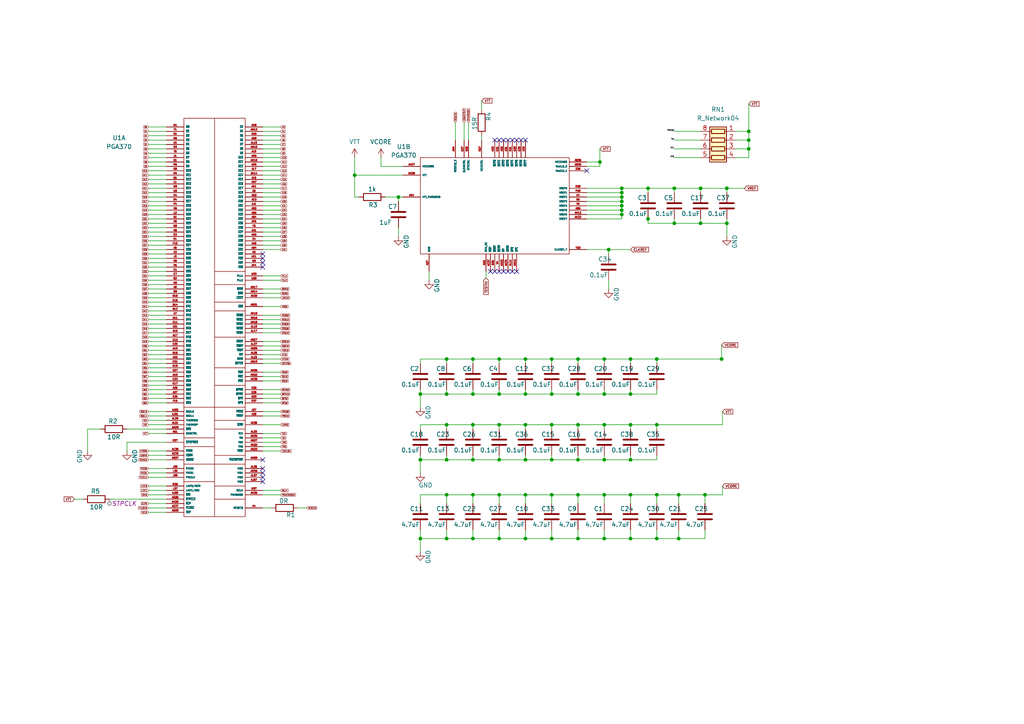
<source format=kicad_sch>
(kicad_sch (version 20230121) (generator eeschema)
  (paper "A4")
  (title_block (title "XBOX CPU inteposer") (date "2023-11-23") (rev "1.0") (company "zzattack.org"))
  (lib_symbols
    (symbol "Device:C" (pin_numbers hide) (pin_names (offset 0.254))
      (property "Reference" "C" (at 0.635 2.54 0))
      (property "Value" "C" (at 0.635 -2.54 0))
      (symbol "C_1_1"
        (pin passive line (at 0 3.81 270) (length 2.794) (name "~") (number "1"))
        (pin passive line (at 0 -3.81 90) (length 2.794) (name "~") (number "2"))
      )
    )
    (symbol "Device:R" (pin_numbers hide) (pin_names (offset 0))
      (property "Reference" "R" (at 2.032 0 90))
      (property "Value" "R" (at 0 0 90))
      (symbol "R_1_1"
        (pin passive line (at 0 3.81 270) (length 1.27) (name "~") (number "1"))
        (pin passive line (at 0 -3.81 90) (length 1.27) (name "~") (number "2"))
      )
    )
    (symbol "Device:R_Pack04" (pin_names (offset 0) hide)
      (property "Reference" "RN" (at -7.62 0 90))
      (property "Value" "R_Pack04" (at 5.08 0 90))
      (symbol "R_Pack04_1_1"
        (pin passive line (at -5.08 -5.08 90) (length 2.54) (name "R1.1") (number "1"))
        (pin passive line (at -2.54 -5.08 90) (length 2.54) (name "R2.1") (number "2"))
        (pin passive line (at 0 -5.08 90) (length 2.54) (name "R3.1") (number "3"))
        (pin passive line (at 2.54 -5.08 90) (length 2.54) (name "R4.1") (number "4"))
        (pin passive line (at 2.54 5.08 270) (length 2.54) (name "R4.2") (number "5"))
        (pin passive line (at 0 5.08 270) (length 2.54) (name "R3.2") (number "6"))
        (pin passive line (at -2.54 5.08 270) (length 2.54) (name "R2.2") (number "7"))
        (pin passive line (at -5.08 5.08 270) (length 2.54) (name "R1.2") (number "8"))
      )
    )
    (symbol "interposer:PGA370"
      (property "Reference" "U" (at -3.4067 65.2171 0))
      (property "Value" "PGA370" (at 6.35 -53.34 0))
      (symbol "PGA370_1_0"
        (pin bidirectional line (at -13.97 5.08 0) (length 5.08) (name "~{D44}") (number "A11"))
        (pin bidirectional line (at -13.97 -3.81 0) (length 5.08) (name "~{D51}") (number "A13"))
        (pin bidirectional line (at -13.97 1.27 0) (length 5.08) (name "~{D47}") (number "A15"))
        (pin bidirectional line (at -13.97 0 0) (length 5.08) (name "~{D48}") (number "A17"))
        (pin bidirectional line (at -13.97 -11.43 0) (length 5.08) (name "~{D57}") (number "A19"))
        (pin bidirectional line (at -13.97 2.54 0) (length 5.08) (name "~{D46}") (number "A21"))
        (pin bidirectional line (at -13.97 -6.35 0) (length 5.08) (name "~{D53}") (number "A23"))
        (pin bidirectional line (at -13.97 -15.24 0) (length 5.08) (name "~{D60}") (number "A25"))
        (pin bidirectional line (at -13.97 -16.51 0) (length 5.08) (name "~{D61}") (number "A27"))
        (pin bidirectional line (at -13.97 24.13 0) (length 5.08) (name "~{D29}") (number "A3"))
        (pin output line (at 13.97 -22.86 180) (length 5.08) (name "~{PRDY}") (number "A35"))
        (pin bidirectional line (at -13.97 25.4 0) (length 5.08) (name "~{D28}") (number "A5"))
        (pin bidirectional line (at -13.97 6.35 0) (length 5.08) (name "~{D43}") (number "A7"))
        (pin bidirectional line (at -13.97 13.97 0) (length 5.08) (name "~{D37}") (number "A9"))
        (pin bidirectional line (at 13.97 30.48 180) (length 5.08) (name "~{A27}") (number "AA1"))
        (pin bidirectional line (at 13.97 26.67 180) (length 5.08) (name "~{A30}") (number "AA3"))
        (pin bidirectional line (at 13.97 34.29 180) (length 5.08) (name "~{A24}") (number "AB4"))
        (pin bidirectional line (at 13.97 35.56 180) (length 5.08) (name "~{A23}") (number "AB6"))
        (pin bidirectional line (at 13.97 22.86 180) (length 5.08) (name "~{A33}") (number "AC1"))
        (pin bidirectional line (at 13.97 39.37 180) (length 5.08) (name "~{A20}") (number "AC3"))
        (pin output line (at -13.97 -33.02 0) (length 5.08) (name "~{FERR}") (number "AC35"))
        (pin bidirectional line (at 13.97 25.4 180) (length 5.08) (name "~{A31}") (number "AD4"))
        (pin bidirectional line (at 13.97 43.18 180) (length 5.08) (name "~{A17}") (number "AE1"))
        (pin bidirectional line (at 13.97 36.83 180) (length 5.08) (name "~{A22}") (number "AE3"))
        (pin unspecified line (at -13.97 -34.29 0) (length 5.08) (name "~{A20M}") (number "AE33"))
        (pin output line (at 13.97 -25.4 180) (length 5.08) (name "~{IERR}") (number "AE35"))
        (pin unspecified line (at -13.97 -49.53 0) (length 5.08) (name "~{FLUSH}") (number "AE37"))
        (pin bidirectional line (at 13.97 20.32 180) (length 5.08) (name "~{A35}") (number "AF4"))
        (pin bidirectional line (at 13.97 33.02 180) (length 5.08) (name "~{A25}") (number "AF6"))
        (pin input line (at -13.97 -27.94 0) (length 5.08) (name "EDGCTRL") (number "AG1"))
        (pin bidirectional line (at 13.97 40.64 180) (length 5.08) (name "~{A19}") (number "AG3"))
        (pin unspecified line (at -13.97 -50.8 0) (length 5.08) (name "~{INIT}") (number "AG33"))
        (pin unspecified line (at -13.97 -46.99 0) (length 5.08) (name "~{STPCLK}") (number "AG35"))
        (pin unspecified line (at -13.97 -35.56 0) (length 5.08) (name "~{IGNNE}") (number "AG37"))
        (pin bidirectional line (at 13.97 54.61 180) (length 5.08) (name "~{A8}") (number "AH10"))
        (pin bidirectional line (at 13.97 59.69 180) (length 5.08) (name "~{A4}") (number "AH12"))
        (pin bidirectional line (at 13.97 12.7 180) (length 5.08) (name "~{BNR}") (number "AH14"))
        (pin bidirectional line (at 13.97 5.08 180) (length 5.08) (name "~{REQ1}") (number "AH16"))
        (pin bidirectional line (at 13.97 3.81 180) (length 5.08) (name "~{REQ2}") (number "AH18"))
        (pin unspecified line (at 13.97 -11.43 180) (length 5.08) (name "~{RS1}") (number "AH22"))
        (pin unspecified line (at 13.97 -10.16 180) (length 5.08) (name "~{RS0}") (number "AH26"))
        (pin output line (at 13.97 -35.56 180) (length 5.08) (name "~{THERMTRIP}") (number "AH28"))
        (pin unspecified line (at -13.97 -48.26 0) (length 5.08) (name "~{SLP}") (number "AH30"))
        (pin bidirectional line (at 13.97 52.07 180) (length 5.08) (name "~{A10}") (number "AH6"))
        (pin bidirectional line (at 13.97 58.42 180) (length 5.08) (name "~{A5}") (number "AH8"))
        (pin bidirectional line (at 13.97 38.1 180) (length 5.08) (name "~{A21}") (number "AJ1"))
        (pin unspecified line (at -13.97 -22.86 0) (length 5.08) (name "BSEL1") (number "AJ31"))
        (pin unspecified line (at -13.97 -21.59 0) (length 5.08) (name "BSEL0") (number "AJ33"))
        (pin unspecified line (at -13.97 -45.72 0) (length 5.08) (name "~{SMI}") (number "AJ35"))
        (pin power_in line (at 13.97 -41.91 180) (length 5.08) (name "VID3") (number "AJ37"))
        (pin bidirectional line (at 13.97 50.8 180) (length 5.08) (name "~{A11}") (number "AK10"))
        (pin bidirectional line (at 13.97 46.99 180) (length 5.08) (name "~{A14}") (number "AK14"))
        (pin bidirectional line (at 13.97 6.35 180) (length 5.08) (name "~{REQ0}") (number "AK18"))
        (pin bidirectional line (at 13.97 11.43 180) (length 5.08) (name "~{LOCK}") (number "AK20"))
        (pin unspecified line (at 13.97 -45.72 180) (length 5.08) (name "PWRGOOD") (number "AK26"))
        (pin unspecified line (at 13.97 -12.7 180) (length 5.08) (name "~{RS2}") (number "AK28"))
        (pin input line (at 13.97 -31.75 180) (length 5.08) (name "TMS") (number "AK32"))
        (pin bidirectional line (at 13.97 29.21 180) (length 5.08) (name "~{A28}") (number "AK6"))
        (pin bidirectional line (at 13.97 60.96 180) (length 5.08) (name "~{A3}") (number "AK8"))
        (pin bidirectional line (at 13.97 55.88 180) (length 5.08) (name "~{A7}") (number "AL15"))
        (pin bidirectional line (at 13.97 1.27 180) (length 5.08) (name "~{REQ4}") (number "AL17"))
        (pin bidirectional line (at 13.97 2.54 180) (length 5.08) (name "~{REQ3}") (number "AL19"))
        (pin bidirectional line (at 13.97 -6.35 180) (length 5.08) (name "~{HITM}") (number "AL23"))
        (pin bidirectional line (at 13.97 -5.08 180) (length 5.08) (name "~{HIT}") (number "AL25"))
        (pin bidirectional line (at 13.97 -2.54 180) (length 5.08) (name "~{DBSY}") (number "AL27"))
        (pin unspecified line (at -13.97 -24.13 0) (length 5.08) (name "THERMDN") (number "AL29"))
        (pin unspecified line (at -13.97 -25.4 0) (length 5.08) (name "THERMDP") (number "AL31"))
        (pin input line (at 13.97 -27.94 180) (length 5.08) (name "TCK") (number "AL33"))
        (pin power_in line (at 13.97 -38.1 180) (length 5.08) (name "VID0") (number "AL35"))
        (pin power_in line (at 13.97 -40.64 180) (length 5.08) (name "VID2") (number "AL37"))
        (pin bidirectional line (at 13.97 45.72 180) (length 5.08) (name "~{A15}") (number "AL5"))
        (pin bidirectional line (at 13.97 48.26 180) (length 5.08) (name "~{A13}") (number "AL7"))
        (pin bidirectional line (at 13.97 53.34 180) (length 5.08) (name "~{A9}") (number "AL9"))
        (pin power_in line (at 13.97 -39.37 180) (length 5.08) (name "VID1") (number "AM36"))
        (pin unspecified line (at 13.97 13.97 180) (length 5.08) (name "~{BPRI}") (number "AN17"))
        (pin unspecified line (at 13.97 -7.62 180) (length 5.08) (name "~{DEFER}") (number "AN19"))
        (pin unspecified line (at 13.97 -3.81 180) (length 5.08) (name "~{TRDY}") (number "AN25"))
        (pin bidirectional line (at 13.97 -1.27 180) (length 5.08) (name "~{DRDY}") (number "AN27"))
        (pin unspecified line (at -13.97 -26.67 0) (length 5.08) (name "~{BR0}") (number "AN29"))
        (pin bidirectional line (at 13.97 8.89 180) (length 5.08) (name "~{ADS}") (number "AN31"))
        (pin unspecified line (at 13.97 -33.02 180) (length 5.08) (name "~{TRST}") (number "AN33"))
        (pin input line (at 13.97 -29.21 180) (length 5.08) (name "TDI") (number "AN35"))
        (pin output line (at 13.97 -30.48 180) (length 5.08) (name "TDO") (number "AN37"))
        (pin bidirectional line (at 13.97 49.53 180) (length 5.08) (name "~{A12}") (number "AN5"))
        (pin bidirectional line (at 13.97 44.45 180) (length 5.08) (name "~{A16}") (number "AN7"))
        (pin bidirectional line (at 13.97 57.15 180) (length 5.08) (name "~{A6}") (number "AN9"))
        (pin bidirectional line (at -13.97 16.51 0) (length 5.08) (name "~{D35}") (number "B2"))
        (pin bidirectional line (at -13.97 19.05 0) (length 5.08) (name "~{D33}") (number "C1"))
        (pin bidirectional line (at -13.97 3.81 0) (length 5.08) (name "~{D45}") (number "C11"))
        (pin bidirectional line (at -13.97 -1.27 0) (length 5.08) (name "~{D49}") (number "C13"))
        (pin bidirectional line (at -13.97 10.16 0) (length 5.08) (name "~{D40}") (number "C15"))
        (pin bidirectional line (at -13.97 -13.97 0) (length 5.08) (name "~{D59}") (number "C17"))
        (pin bidirectional line (at -13.97 -8.89 0) (length 5.08) (name "~{D55}") (number "C19"))
        (pin bidirectional line (at -13.97 -7.62 0) (length 5.08) (name "~{D54}") (number "C21"))
        (pin bidirectional line (at -13.97 -12.7 0) (length 5.08) (name "~{D58}") (number "C23"))
        (pin bidirectional line (at -13.97 -2.54 0) (length 5.08) (name "~{D50}") (number "C25"))
        (pin bidirectional line (at -13.97 -10.16 0) (length 5.08) (name "~{D56}") (number "C27"))
        (pin bidirectional line (at 13.97 -15.24 180) (length 5.08) (name "~{BPM0}") (number "C35"))
        (pin input line (at -13.97 -30.48 0) (length 5.08) (name "~{CPUPRES}") (number "C37"))
        (pin bidirectional line (at -13.97 21.59 0) (length 5.08) (name "~{D31}") (number "C5"))
        (pin bidirectional line (at -13.97 17.78 0) (length 5.08) (name "~{D34}") (number "C7"))
        (pin bidirectional line (at -13.97 15.24 0) (length 5.08) (name "~{D36}") (number "C9"))
        (pin bidirectional line (at -13.97 11.43 0) (length 5.08) (name "~{D39}") (number "D10"))
        (pin bidirectional line (at -13.97 7.62 0) (length 5.08) (name "~{D42}") (number "D12"))
        (pin bidirectional line (at -13.97 8.89 0) (length 5.08) (name "~{D41}") (number "D14"))
        (pin bidirectional line (at -13.97 -5.08 0) (length 5.08) (name "~{D52}") (number "D16"))
        (pin bidirectional line (at -13.97 12.7 0) (length 5.08) (name "~{D38}") (number "D8"))
        (pin bidirectional line (at -13.97 27.94 0) (length 5.08) (name "~{D26}") (number "E1"))
        (pin bidirectional line (at -13.97 -17.78 0) (length 5.08) (name "~{D62}") (number "E25"))
        (pin bidirectional line (at -13.97 29.21 0) (length 5.08) (name "~{D25}") (number "E3"))
        (pin bidirectional line (at 13.97 -16.51 180) (length 5.08) (name "~{BPM1}") (number "E35"))
        (pin bidirectional line (at 13.97 -19.05 180) (length 5.08) (name "~{BP3}") (number "E37"))
        (pin bidirectional line (at -13.97 26.67 0) (length 5.08) (name "~{D27}") (number "F12"))
        (pin bidirectional line (at -13.97 -19.05 0) (length 5.08) (name "~{D63}") (number "F16"))
        (pin bidirectional line (at -13.97 20.32 0) (length 5.08) (name "~{D32}") (number "F6"))
        (pin bidirectional line (at -13.97 33.02 0) (length 5.08) (name "~{D22}") (number "F8"))
        (pin bidirectional line (at -13.97 34.29 0) (length 5.08) (name "~{D21}") (number "G1"))
        (pin bidirectional line (at -13.97 31.75 0) (length 5.08) (name "~{D23}") (number "G3"))
        (pin bidirectional line (at 13.97 -17.78 180) (length 5.08) (name "~{BP2}") (number "G33"))
        (pin bidirectional line (at -13.97 40.64 0) (length 5.08) (name "~{D16}") (number "H4"))
        (pin bidirectional line (at -13.97 36.83 0) (length 5.08) (name "~{D19}") (number "H6"))
        (pin bidirectional line (at -13.97 52.07 0) (length 5.08) (name "~{D7}") (number "J1"))
        (pin bidirectional line (at -13.97 22.86 0) (length 5.08) (name "~{D30}") (number "J3"))
        (pin unspecified line (at -13.97 -40.64 0) (length 5.08) (name "PICCLK") (number "J33"))
        (pin bidirectional line (at -13.97 -38.1 0) (length 5.08) (name "PICD0") (number "J35"))
        (pin input line (at 13.97 -21.59 180) (length 5.08) (name "~{PREQ}") (number "J37"))
        (pin bidirectional line (at -13.97 30.48 0) (length 5.08) (name "~{D24}") (number "K6"))
        (pin bidirectional line (at -13.97 44.45 0) (length 5.08) (name "~{D13}") (number "L1"))
        (pin bidirectional line (at -13.97 35.56 0) (length 5.08) (name "~{D20}") (number "L3"))
        (pin bidirectional line (at -13.97 -39.37 0) (length 5.08) (name "PICD1") (number "L35"))
        (pin unspecified line (at -13.97 -44.45 0) (length 5.08) (name "LINT1/NMI") (number "L37"))
        (pin unspecified line (at -13.97 -43.18 0) (length 5.08) (name "LINT0/INTR") (number "M36"))
        (pin bidirectional line (at -13.97 46.99 0) (length 5.08) (name "~{D11}") (number "M4"))
        (pin bidirectional line (at -13.97 57.15 0) (length 5.08) (name "~{D3}") (number "M6"))
        (pin bidirectional line (at -13.97 58.42 0) (length 5.08) (name "~{D2}") (number "N1"))
        (pin bidirectional line (at -13.97 43.18 0) (length 5.08) (name "~{D14}") (number "N3"))
        (pin bidirectional line (at -13.97 38.1 0) (length 5.08) (name "~{D18}") (number "P4"))
        (pin bidirectional line (at -13.97 49.53 0) (length 5.08) (name "~{D9}") (number "P6"))
        (pin bidirectional line (at -13.97 45.72 0) (length 5.08) (name "~{D12}") (number "Q1"))
        (pin bidirectional line (at -13.97 48.26 0) (length 5.08) (name "~{D10}") (number "Q3"))
        (pin bidirectional line (at -13.97 39.37 0) (length 5.08) (name "~{D17}") (number "R4"))
        (pin bidirectional line (at -13.97 50.8 0) (length 5.08) (name "~{D8}") (number "S1"))
        (pin bidirectional line (at -13.97 54.61 0) (length 5.08) (name "~{D5}") (number "S3"))
        (pin bidirectional line (at -13.97 59.69 0) (length 5.08) (name "~{D1}") (number "T4"))
        (pin bidirectional line (at -13.97 53.34 0) (length 5.08) (name "~{D6}") (number "T6"))
        (pin bidirectional line (at -13.97 55.88 0) (length 5.08) (name "~{D4}") (number "U1"))
        (pin bidirectional line (at -13.97 41.91 0) (length 5.08) (name "~{D15}") (number "U3"))
        (pin unspecified line (at 13.97 16.51 180) (length 5.08) (name "PLL2") (number "U33"))
        (pin bidirectional line (at -13.97 60.96 0) (length 5.08) (name "~{D0}") (number "W1"))
        (pin bidirectional line (at 13.97 21.59 180) (length 5.08) (name "~{A34}") (number "W3"))
        (pin unspecified line (at 13.97 17.78 180) (length 5.08) (name "PLL1") (number "W33"))
        (pin unspecified line (at 13.97 -44.45 180) (length 5.08) (name "BCLK") (number "W37"))
        (pin bidirectional line (at 13.97 -49.53 180) (length 5.08) (name "RESET#") (number "X4"))
        (pin bidirectional line (at 13.97 24.13 180) (length 5.08) (name "~{A32}") (number "X6"))
        (pin bidirectional line (at 13.97 31.75 180) (length 5.08) (name "~{A26}") (number "Y3"))
        (pin bidirectional line (at 13.97 27.94 180) (length 5.08) (name "~{A29}") (number "Z4"))
        (pin bidirectional line (at 13.97 41.91 180) (length 5.08) (name "~{A18}") (number "Z6"))
      )
      (symbol "PGA370_2_0"
        (pin bidirectional line (at 7.62 59.69 270) (length 5.08) (name "~{DEP7}") (number "A29"))
        (pin bidirectional line (at 2.54 59.69 270) (length 5.08) (name "~{DEP3}") (number "A31"))
        (pin bidirectional line (at 1.27 59.69 270) (length 5.08) (name "~{DEP2}") (number "A33"))
        (pin power_in line (at -20.32 21.59 90) (length 5.08) (name "GND") (number "A37"))
        (pin power_in line (at -27.94 49.53 0) (length 5.08) hide (name "VTT") (number "AA33"))
        (pin power_in line (at -27.94 49.53 0) (length 5.08) hide (name "VTT") (number "AA35"))
        (pin power_in line (at -27.94 52.07 0) (length 5.08) (name "VCCCORE") (number "AA37"))
        (pin power_in line (at -27.94 52.07 0) (length 5.08) hide (name "VCORE") (number "AA5"))
        (pin power_in line (at -27.94 52.07 0) (length 5.08) hide (name "VCORE") (number "AB2"))
        (pin power_in line (at -20.32 21.59 90) (length 5.08) hide (name "GND") (number "AB32"))
        (pin power_in line (at -27.94 52.07 0) (length 5.08) hide (name "VCORE") (number "AB34"))
        (pin power_in line (at 25.4 53.34 180) (length 5.08) (name "VCCCMOS") (number "AB36"))
        (pin power_in line (at -20.32 21.59 90) (length 5.08) hide (name "GND") (number "AC33"))
        (pin input line (at -2.54 21.59 90) (length 5.08) (name "~{RSP}") (number "AC37"))
        (pin power_in line (at -20.32 21.59 90) (length 5.08) hide (name "GND") (number "AC5"))
        (pin power_in line (at -20.32 21.59 90) (length 5.08) hide (name "GND") (number "AD2"))
        (pin power_in line (at -27.94 52.07 0) (length 5.08) hide (name "VCORE") (number "AD32"))
        (pin power_in line (at -20.32 21.59 90) (length 5.08) hide (name "GND") (number "AD34"))
        (pin power_in line (at 25.4 52.07 180) (length 5.08) (name "Vcc1.5_3") (number "AD36"))
        (pin unspecified line (at 25.4 39.37 180) (length 5.08) (name "VREF5") (number "AD6"))
        (pin power_in line (at -27.94 52.07 0) (length 5.08) hide (name "VCORE") (number "AE5"))
        (pin power_in line (at -27.94 52.07 0) (length 5.08) hide (name "VCORE") (number "AF2"))
        (pin power_in line (at -20.32 21.59 90) (length 5.08) hide (name "GND") (number "AF32"))
        (pin power_in line (at -27.94 52.07 0) (length 5.08) hide (name "VCORE") (number "AF34"))
        (pin power_in line (at -20.32 21.59 90) (length 5.08) hide (name "GND") (number "AF36"))
        (pin power_in line (at -20.32 21.59 90) (length 5.08) hide (name "GND") (number "AG5"))
        (pin power_in line (at -20.32 21.59 90) (length 5.08) hide (name "GND") (number "AH2"))
        (pin power_in line (at -27.94 49.53 0) (length 5.08) (name "VTT") (number "AH20"))
        (pin power_in line (at -27.94 52.07 0) (length 5.08) hide (name "VCORE") (number "AH24"))
        (pin power_in line (at -27.94 52.07 0) (length 5.08) hide (name "VCORE") (number "AH32"))
        (pin power_in line (at -20.32 21.59 90) (length 5.08) hide (name "GND") (number "AH34"))
        (pin power_in line (at -27.94 52.07 0) (length 5.08) hide (name "VCORE") (number "AH36"))
        (pin input line (at -12.7 59.69 270) (length 5.08) (name "RESET#_2") (number "AH4"))
        (pin power_in line (at -20.32 21.59 90) (length 5.08) hide (name "GND") (number "AJ11"))
        (pin power_in line (at -27.94 52.07 0) (length 5.08) hide (name "VCORE") (number "AJ13"))
        (pin power_in line (at -20.32 21.59 90) (length 5.08) hide (name "GND") (number "AJ15"))
        (pin power_in line (at -27.94 52.07 0) (length 5.08) hide (name "VCORE") (number "AJ17"))
        (pin power_in line (at -20.32 21.59 90) (length 5.08) hide (name "GND") (number "AJ19"))
        (pin power_in line (at -27.94 52.07 0) (length 5.08) hide (name "VCORE") (number "AJ21"))
        (pin power_in line (at -20.32 21.59 90) (length 5.08) hide (name "GND") (number "AJ23"))
        (pin power_in line (at -27.94 52.07 0) (length 5.08) hide (name "VCORE") (number "AJ25"))
        (pin power_in line (at -20.32 21.59 90) (length 5.08) hide (name "GND") (number "AJ27"))
        (pin power_in line (at -27.94 52.07 0) (length 5.08) hide (name "VCORE") (number "AJ29"))
        (pin power_in line (at -20.32 21.59 90) (length 5.08) hide (name "GND") (number "AJ3"))
        (pin power_in line (at -27.94 52.07 0) (length 5.08) hide (name "VCORE") (number "AJ5"))
        (pin power_in line (at -20.32 21.59 90) (length 5.08) hide (name "GND") (number "AJ7"))
        (pin power_in line (at -27.94 52.07 0) (length 5.08) hide (name "VCORE") (number "AJ9"))
        (pin unspecified line (at 25.4 38.1 180) (length 5.08) (name "VREF6") (number "AK12"))
        (pin power_in line (at -27.94 49.53 0) (length 5.08) hide (name "VTT") (number "AK16"))
        (pin power_in line (at -27.94 52.07 0) (length 5.08) hide (name "VCORE") (number "AK2"))
        (pin unspecified line (at 25.4 36.83 180) (length 5.08) (name "VREF7") (number "AK22"))
        (pin bidirectional line (at 2.54 21.59 90) (length 5.08) (name "~{AERR}") (number "AK24"))
        (pin power_in line (at -27.94 52.07 0) (length 5.08) hide (name "VCORE") (number "AK34"))
        (pin power_in line (at -20.32 21.59 90) (length 5.08) hide (name "GND") (number "AK36"))
        (pin unspecified line (at -27.94 43.18 0) (length 5.08) (name "VTT_PWRGOOD") (number "AK4"))
        (pin power_in line (at -20.32 21.59 90) (length 5.08) hide (name "GND") (number "AL1"))
        (pin bidirectional line (at 3.81 21.59 90) (length 5.08) (name "~{AP0}") (number "AL11"))
        (pin power_in line (at -27.94 49.53 0) (length 5.08) hide (name "VTT") (number "AL13"))
        (pin power_in line (at -27.94 49.53 0) (length 5.08) hide (name "VTT") (number "AL21"))
        (pin power_in line (at -20.32 21.59 90) (length 5.08) hide (name "GND") (number "AL3"))
        (pin power_in line (at -20.32 21.59 90) (length 5.08) hide (name "GND") (number "AM10"))
        (pin power_in line (at -27.94 52.07 0) (length 5.08) hide (name "VCORE") (number "AM12"))
        (pin power_in line (at -20.32 21.59 90) (length 5.08) hide (name "GND") (number "AM14"))
        (pin power_in line (at -27.94 52.07 0) (length 5.08) hide (name "VCORE") (number "AM16"))
        (pin power_in line (at -20.32 21.59 90) (length 5.08) hide (name "GND") (number "AM18"))
        (pin power_in line (at -27.94 52.07 0) (length 5.08) hide (name "VCORE") (number "AM20"))
        (pin power_in line (at -20.32 21.59 90) (length 5.08) hide (name "GND") (number "AM22"))
        (pin power_in line (at -27.94 52.07 0) (length 5.08) hide (name "VCORE") (number "AM24"))
        (pin power_in line (at -20.32 21.59 90) (length 5.08) hide (name "GND") (number "AM26"))
        (pin power_in line (at -27.94 52.07 0) (length 5.08) hide (name "VCORE") (number "AM28"))
        (pin power_in line (at -20.32 21.59 90) (length 5.08) hide (name "GND") (number "AM30"))
        (pin power_in line (at -27.94 52.07 0) (length 5.08) hide (name "VCORE") (number "AM32"))
        (pin power_in line (at -20.32 21.59 90) (length 5.08) hide (name "GND") (number "AM34"))
        (pin power_in line (at -27.94 52.07 0) (length 5.08) hide (name "VCORE") (number "AM4"))
        (pin power_in line (at -20.32 21.59 90) (length 5.08) hide (name "GND") (number "AM6"))
        (pin power_in line (at -27.94 52.07 0) (length 5.08) hide (name "VCORE") (number "AM8"))
        (pin power_in line (at -27.94 49.53 0) (length 5.08) hide (name "VTT") (number "AN11"))
        (pin bidirectional line (at 5.08 21.59 90) (length 5.08) (name "~{AP1}") (number "AN13"))
        (pin power_in line (at -27.94 49.53 0) (length 5.08) hide (name "VTT") (number "AN15"))
        (pin power_in line (at -27.94 49.53 0) (length 5.08) hide (name "VTT") (number "AN21"))
        (pin bidirectional line (at 1.27 21.59 90) (length 5.08) (name "~{RP}") (number "AN23"))
        (pin unspecified line (at -3.81 21.59 90) (length 5.08) (name "DYN_OE") (number "AN3"))
        (pin power_in line (at -27.94 52.07 0) (length 5.08) hide (name "VCORE") (number "B10"))
        (pin power_in line (at -20.32 21.59 90) (length 5.08) hide (name "GND") (number "B12"))
        (pin power_in line (at -27.94 52.07 0) (length 5.08) hide (name "VCORE") (number "B14"))
        (pin power_in line (at -20.32 21.59 90) (length 5.08) hide (name "GND") (number "B16"))
        (pin power_in line (at -27.94 52.07 0) (length 5.08) hide (name "VCORE") (number "B18"))
        (pin power_in line (at -20.32 21.59 90) (length 5.08) hide (name "GND") (number "B20"))
        (pin power_in line (at -27.94 52.07 0) (length 5.08) hide (name "VCORE") (number "B22"))
        (pin power_in line (at -20.32 21.59 90) (length 5.08) hide (name "GND") (number "B24"))
        (pin power_in line (at -27.94 52.07 0) (length 5.08) hide (name "VCORE") (number "B26"))
        (pin power_in line (at -20.32 21.59 90) (length 5.08) hide (name "GND") (number "B28"))
        (pin power_in line (at -27.94 52.07 0) (length 5.08) hide (name "VCORE") (number "B30"))
        (pin power_in line (at -20.32 21.59 90) (length 5.08) hide (name "GND") (number "B32"))
        (pin power_in line (at -27.94 52.07 0) (length 5.08) hide (name "VCORE") (number "B34"))
        (pin bidirectional line (at -1.27 21.59 90) (length 5.08) (name "~{BINIT}") (number "B36"))
        (pin power_in line (at -20.32 21.59 90) (length 5.08) hide (name "GND") (number "B4"))
        (pin power_in line (at -27.94 52.07 0) (length 5.08) hide (name "VCORE") (number "B6"))
        (pin power_in line (at -20.32 21.59 90) (length 5.08) hide (name "GND") (number "B8"))
        (pin bidirectional line (at 5.08 59.69 270) (length 5.08) (name "~{DEP5}") (number "C29"))
        (pin power_in line (at -27.94 52.07 0) (length 5.08) hide (name "VCORE") (number "C3"))
        (pin bidirectional line (at 0 59.69 270) (length 5.08) (name "~{DEP1}") (number "C31"))
        (pin bidirectional line (at -1.27 59.69 270) (length 5.08) (name "~{DEP0}") (number "C33"))
        (pin power_in line (at -20.32 21.59 90) (length 5.08) hide (name "GND") (number "D18"))
        (pin power_in line (at -20.32 21.59 90) (length 5.08) hide (name "GND") (number "D2"))
        (pin power_in line (at -27.94 52.07 0) (length 5.08) hide (name "VCORE") (number "D20"))
        (pin power_in line (at -20.32 21.59 90) (length 5.08) hide (name "GND") (number "D22"))
        (pin power_in line (at -27.94 52.07 0) (length 5.08) hide (name "VCORE") (number "D24"))
        (pin power_in line (at -20.32 21.59 90) (length 5.08) hide (name "GND") (number "D26"))
        (pin power_in line (at -27.94 52.07 0) (length 5.08) hide (name "VCORE") (number "D28"))
        (pin power_in line (at -20.32 21.59 90) (length 5.08) hide (name "GND") (number "D30"))
        (pin power_in line (at -27.94 52.07 0) (length 5.08) hide (name "VCORE") (number "D32"))
        (pin power_in line (at -20.32 21.59 90) (length 5.08) hide (name "GND") (number "D34"))
        (pin power_in line (at -27.94 52.07 0) (length 5.08) hide (name "VCORE") (number "D36"))
        (pin power_in line (at -20.32 21.59 90) (length 5.08) hide (name "GND") (number "D4"))
        (pin power_in line (at -27.94 52.07 0) (length 5.08) hide (name "VCORE") (number "D6"))
        (pin power_in line (at -20.32 21.59 90) (length 5.08) hide (name "GND") (number "E11"))
        (pin power_in line (at -27.94 52.07 0) (length 5.08) hide (name "VCORE") (number "E13"))
        (pin power_in line (at -20.32 21.59 90) (length 5.08) hide (name "GND") (number "E15"))
        (pin power_in line (at -27.94 52.07 0) (length 5.08) hide (name "VCORE") (number "E17"))
        (pin power_in line (at -20.32 21.59 90) (length 5.08) hide (name "GND") (number "E19"))
        (pin power_in line (at -27.94 49.53 0) (length 5.08) hide (name "VTT") (number "E23"))
        (pin unspecified line (at -10.16 59.69 270) (length 5.08) (name "SLEWCTRL") (number "E27"))
        (pin bidirectional line (at 6.35 59.69 270) (length 5.08) (name "~{DEP6}") (number "E29"))
        (pin bidirectional line (at 3.81 59.69 270) (length 5.08) (name "~{DEP4}") (number "E31"))
        (pin unspecified line (at 25.4 45.72 180) (length 5.08) (name "VREF0") (number "E33"))
        (pin power_in line (at -27.94 52.07 0) (length 5.08) hide (name "VCORE") (number "E5"))
        (pin power_in line (at -20.32 21.59 90) (length 5.08) hide (name "GND") (number "E7"))
        (pin power_in line (at -27.94 52.07 0) (length 5.08) hide (name "VCORE") (number "E9"))
        (pin power_in line (at -27.94 52.07 0) (length 5.08) hide (name "VCORE") (number "F14"))
        (pin unspecified line (at 25.4 44.45 180) (length 5.08) (name "VREF1") (number "F18"))
        (pin power_in line (at -27.94 52.07 0) (length 5.08) hide (name "VCORE") (number "F2"))
        (pin power_in line (at -20.32 21.59 90) (length 5.08) hide (name "GND") (number "F20"))
        (pin power_in line (at -27.94 52.07 0) (length 5.08) hide (name "VCORE") (number "F22"))
        (pin power_in line (at -20.32 21.59 90) (length 5.08) hide (name "GND") (number "F24"))
        (pin power_in line (at -27.94 52.07 0) (length 5.08) hide (name "VCORE") (number "F26"))
        (pin power_in line (at -20.32 21.59 90) (length 5.08) hide (name "GND") (number "F28"))
        (pin power_in line (at -27.94 52.07 0) (length 5.08) hide (name "VCORE") (number "F30"))
        (pin power_in line (at -20.32 21.59 90) (length 5.08) hide (name "GND") (number "F32"))
        (pin power_in line (at -27.94 52.07 0) (length 5.08) hide (name "VCORE") (number "F34"))
        (pin power_in line (at -20.32 21.59 90) (length 5.08) hide (name "GND") (number "F36"))
        (pin power_in line (at -27.94 52.07 0) (length 5.08) hide (name "VCORE") (number "F4"))
        (pin power_in line (at -27.94 49.53 0) (length 5.08) hide (name "VTT") (number "G35"))
        (pin power_in line (at -27.94 49.53 0) (length 5.08) hide (name "VTT") (number "G37"))
        (pin power_in line (at -20.32 21.59 90) (length 5.08) hide (name "GND") (number "G5"))
        (pin power_in line (at -20.32 21.59 90) (length 5.08) hide (name "GND") (number "H2"))
        (pin power_in line (at -27.94 52.07 0) (length 5.08) hide (name "VCORE") (number "H32"))
        (pin power_in line (at -20.32 21.59 90) (length 5.08) hide (name "GND") (number "H34"))
        (pin power_in line (at -27.94 52.07 0) (length 5.08) hide (name "VCORE") (number "H36"))
        (pin power_in line (at -27.94 52.07 0) (length 5.08) hide (name "VCORE") (number "J5"))
        (pin power_in line (at -27.94 52.07 0) (length 5.08) hide (name "VCORE") (number "K2"))
        (pin power_in line (at -27.94 52.07 0) (length 5.08) hide (name "VCORE") (number "K32"))
        (pin power_in line (at -27.94 52.07 0) (length 5.08) hide (name "VCORE") (number "K34"))
        (pin power_in line (at -20.32 21.59 90) (length 5.08) hide (name "GND") (number "K36"))
        (pin unspecified line (at 25.4 43.18 180) (length 5.08) (name "VREF2") (number "K4"))
        (pin power_in line (at -20.32 21.59 90) (length 5.08) hide (name "GND") (number "L5"))
        (pin power_in line (at -20.32 21.59 90) (length 5.08) hide (name "GND") (number "M2"))
        (pin power_in line (at -27.94 52.07 0) (length 5.08) hide (name "VCORE") (number "M32"))
        (pin power_in line (at -20.32 21.59 90) (length 5.08) hide (name "GND") (number "M34"))
        (pin unspecified line (at -5.08 59.69 270) (length 5.08) (name "NCHCTRL") (number "N37"))
        (pin power_in line (at -27.94 52.07 0) (length 5.08) hide (name "VCORE") (number "N5"))
        (pin power_in line (at -27.94 52.07 0) (length 5.08) hide (name "VCORE") (number "P2"))
        (pin power_in line (at -20.32 21.59 90) (length 5.08) hide (name "GND") (number "P32"))
        (pin power_in line (at -27.94 52.07 0) (length 5.08) hide (name "VCORE") (number "P34"))
        (pin power_in line (at -20.32 21.59 90) (length 5.08) hide (name "GND") (number "P36"))
        (pin power_in line (at -20.32 21.59 90) (length 5.08) hide (name "GND") (number "Q5"))
        (pin power_in line (at -27.94 52.07 0) (length 5.08) hide (name "VCORE") (number "R32"))
        (pin power_in line (at -20.32 21.59 90) (length 5.08) hide (name "GND") (number "R34"))
        (pin power_in line (at -27.94 52.07 0) (length 5.08) hide (name "VCORE") (number "R36"))
        (pin unspecified line (at 25.4 41.91 180) (length 5.08) (name "VREF3") (number "R6"))
        (pin power_in line (at -27.94 49.53 0) (length 5.08) hide (name "VTT") (number "S33"))
        (pin unspecified line (at -8.89 59.69 270) (length 5.08) (name "RTTCTRL") (number "S35"))
        (pin power_in line (at -27.94 49.53 0) (length 5.08) hide (name "VTT") (number "S37"))
        (pin power_in line (at -27.94 52.07 0) (length 5.08) hide (name "VCORE") (number "S5"))
        (pin power_in line (at -27.94 52.07 0) (length 5.08) hide (name "VCORE") (number "T2"))
        (pin power_in line (at -20.32 21.59 90) (length 5.08) hide (name "GND") (number "T32"))
        (pin power_in line (at -27.94 52.07 0) (length 5.08) hide (name "VCORE") (number "T34"))
        (pin power_in line (at -20.32 21.59 90) (length 5.08) hide (name "GND") (number "T36"))
        (pin power_in line (at -27.94 49.53 0) (length 5.08) hide (name "VTT") (number "U35"))
        (pin power_in line (at -27.94 49.53 0) (length 5.08) hide (name "VTT") (number "U37"))
        (pin power_in line (at -20.32 21.59 90) (length 5.08) hide (name "GND") (number "U5"))
        (pin power_in line (at -20.32 21.59 90) (length 5.08) hide (name "GND") (number "V2"))
        (pin power_in line (at -27.94 52.07 0) (length 5.08) hide (name "VCORE") (number "V32"))
        (pin power_in line (at -20.32 21.59 90) (length 5.08) hide (name "GND") (number "V34"))
        (pin power_in line (at -27.94 52.07 0) (length 5.08) hide (name "VCORE") (number "V36"))
        (pin bidirectional line (at 0 21.59 90) (length 5.08) (name "~{BERR}") (number "V4"))
        (pin unspecified line (at 25.4 40.64 180) (length 5.08) (name "VREF4") (number "V6"))
        (pin power_in line (at -27.94 52.07 0) (length 5.08) hide (name "VCORE") (number "W5"))
        (pin power_in line (at -20.32 21.59 90) (length 5.08) hide (name "GND") (number "X32"))
        (pin power_in line (at -27.94 49.53 0) (length 5.08) hide (name "VTT") (number "X34"))
        (pin power_in line (at -20.32 21.59 90) (length 5.08) hide (name "GND") (number "X36"))
        (pin unspecified line (at 25.4 27.94 180) (length 5.08) (name "CLKREF_7") (number "Y33"))
        (pin power_in line (at -27.94 52.07 0) (length 5.08) hide (name "VCORE") (number "Y35"))
        (pin power_in line (at -20.32 21.59 90) (length 5.08) hide (name "GND") (number "Y37"))
        (pin power_in line (at -20.32 21.59 90) (length 5.08) hide (name "GND") (number "Y5"))
        (pin power_in line (at -20.32 21.59 90) (length 5.08) hide (name "GND") (number "Z2"))
        (pin power_in line (at -27.94 52.07 0) (length 5.08) hide (name "VCORE") (number "Z32"))
        (pin power_in line (at -20.32 21.59 90) (length 5.08) hide (name "GND") (number "Z34"))
        (pin power_in line (at 25.4 50.8 180) (length 5.08) (name "Vcc2.5_1") (number "Z36"))
      )
    )
    (symbol "interposer:VCORE" (power) (pin_names (offset 0))
      (property "Value" "VCORE" (at 0 3.556 0))
      (symbol "VCORE_1_1"
        (pin power_in line (at 0 0 90) (length 0) hide (name "VCORE") (number "1"))
      )
    )
    (symbol "interposer:VTT" (power) (pin_names (offset 0))
      (property "Value" "VTT" (at 0 3.556 0))
      (symbol "VTT_1_1"
        (pin power_in line (at 0 0 90) (length 0) hide (name "VTT") (number "1"))
      )
    )
    (symbol "power:GND" (power) (pin_names (offset 0))
      (property "Value" "GND" (at 0 -3.81 0))
      (symbol "GND_1_1"
        (pin power_in line (at 0 0 270) (length 0) hide (name "GND") (number "1"))
      )
    )
  )
  (junction (at 167.64 133.35))
  (junction (at 167.64 114.3))
  (junction (at 182.88 104.14))
  (junction (at 160.02 143.51))
  (junction (at 210.82 64.77))
  (junction (at 190.5 123.19))
  (junction (at 217.17 38.1))
  (junction (at 182.88 143.51))
  (junction (at 195.58 54.61))
  (junction (at 182.88 123.19))
  (junction (at 204.47 143.51))
  (junction (at 175.26 123.19))
  (junction (at 182.88 156.21))
  (junction (at 152.4 114.3))
  (junction (at 182.88 133.35))
  (junction (at 129.54 143.51))
  (junction (at 137.16 156.21))
  (junction (at 152.4 156.21))
  (junction (at 167.64 156.21))
  (junction (at 176.53 72.39))
  (junction (at 160.02 123.19))
  (junction (at 137.16 123.19))
  (junction (at 129.54 156.21))
  (junction (at 129.54 104.14))
  (junction (at 180.34 57.15))
  (junction (at 203.2 64.77))
  (junction (at 167.64 104.14))
  (junction (at 203.2 54.61))
  (junction (at 129.54 133.35))
  (junction (at 144.78 156.21))
  (junction (at 160.02 114.3))
  (junction (at 180.34 58.42))
  (junction (at 144.78 143.51))
  (junction (at 180.34 62.23))
  (junction (at 129.54 114.3))
  (junction (at 180.34 60.96))
  (junction (at 152.4 123.19))
  (junction (at 180.34 59.69))
  (junction (at 160.02 104.14))
  (junction (at 137.16 133.35))
  (junction (at 102.87 50.8))
  (junction (at 137.16 114.3))
  (junction (at 144.78 104.14))
  (junction (at 175.26 156.21))
  (junction (at 190.5 156.21))
  (junction (at 190.5 143.51))
  (junction (at 196.85 143.51))
  (junction (at 175.26 104.14))
  (junction (at 210.82 54.61))
  (junction (at 187.96 54.61))
  (junction (at 217.17 43.18))
  (junction (at 115.57 57.15))
  (junction (at 175.26 133.35))
  (junction (at 173.99 46.99))
  (junction (at 209.296 104.14))
  (junction (at 182.88 114.3))
  (junction (at 137.16 104.14))
  (junction (at 152.4 133.35))
  (junction (at 167.64 143.51))
  (junction (at 175.26 143.51))
  (junction (at 144.78 114.3))
  (junction (at 152.4 104.14))
  (junction (at 144.78 123.19))
  (junction (at 160.02 156.21))
  (junction (at 121.92 133.35))
  (junction (at 160.02 133.35))
  (junction (at 187.96 63.5))
  (junction (at 167.64 123.19))
  (junction (at 121.92 114.3))
  (junction (at 137.16 143.51))
  (junction (at 121.92 156.21))
  (junction (at 144.78 133.35))
  (junction (at 129.54 123.19))
  (junction (at 190.5 104.14))
  (junction (at 196.85 156.21))
  (junction (at 217.17 40.64))
  (junction (at 195.58 64.77))
  (junction (at 175.26 114.3))
  (junction (at 152.4 143.51))
  (junction (at 180.34 55.88))
  (junction (at 180.34 54.61))
  (no_connect (at 76.2 137.16))
  (no_connect (at 76.2 133.35))
  (no_connect (at 76.2 135.89))
  (no_connect (at 76.2 139.7))
  (no_connect (at 76.2 138.43))
  (no_connect (at 142.24 78.74))
  (no_connect (at 149.86 78.74))
  (no_connect (at 146.05 78.74))
  (no_connect (at 147.32 40.64))
  (no_connect (at 152.4 40.64))
  (no_connect (at 148.59 40.64))
  (no_connect (at 76.2 77.47))
  (no_connect (at 76.2 73.66))
  (no_connect (at 76.2 74.93))
  (no_connect (at 76.2 76.2))
  (no_connect (at 151.13 40.64))
  (no_connect (at 144.78 78.74))
  (no_connect (at 143.51 78.74))
  (no_connect (at 143.51 40.64))
  (no_connect (at 147.32 78.74))
  (no_connect (at 149.86 40.64))
  (no_connect (at 170.18 49.53))
  (no_connect (at 146.05 40.64))
  (no_connect (at 148.59 78.74))
  (no_connect (at 144.78 40.64))
  (wire (pts (xy 76.2 100.33) (xy 81.28 100.33)))
  (wire (pts (xy 76.2 109.22) (xy 81.28 109.22)))
  (wire (pts (xy 43.18 60.96) (xy 48.26 60.96)))
  (wire (pts (xy 76.2 72.39) (xy 81.28 72.39)))
  (wire (pts (xy 170.18 72.39) (xy 176.53 72.39)))
  (wire (pts (xy 137.16 156.21) (xy 144.78 156.21)))
  (wire (pts (xy 175.26 156.21) (xy 182.88 156.21)))
  (wire (pts (xy 203.2 38.1) (xy 195.58 38.1)))
  (wire (pts (xy 160.02 143.51) (xy 167.64 143.51)))
  (wire (pts (xy 182.88 104.14) (xy 182.88 105.41)))
  (wire (pts (xy 43.18 71.12) (xy 48.26 71.12)))
  (wire (pts (xy 176.53 72.39) (xy 182.88 72.39)))
  (wire (pts (xy 76.2 86.36) (xy 81.28 86.36)))
  (wire (pts (xy 76.2 147.32) (xy 78.74 147.32)))
  (wire (pts (xy 76.2 50.8) (xy 81.28 50.8)))
  (wire (pts (xy 121.92 153.67) (xy 121.92 156.21)))
  (wire (pts (xy 196.85 143.51) (xy 204.47 143.51)))
  (wire (pts (xy 76.2 59.69) (xy 81.28 59.69)))
  (wire (pts (xy 182.88 156.21) (xy 190.5 156.21)))
  (wire (pts (xy 203.2 54.61) (xy 203.2 55.88)))
  (wire (pts (xy 43.18 132.08) (xy 48.26 132.08)))
  (wire (pts (xy 160.02 114.3) (xy 167.64 114.3)))
  (wire (pts (xy 195.58 64.77) (xy 203.2 64.77)))
  (wire (pts (xy 144.78 104.14) (xy 152.4 104.14)))
  (wire (pts (xy 76.2 52.07) (xy 81.28 52.07)))
  (wire (pts (xy 76.2 60.96) (xy 81.28 60.96)))
  (wire (pts (xy 209.296 100.076) (xy 209.296 104.14)))
  (wire (pts (xy 43.18 113.03) (xy 48.26 113.03)))
  (wire (pts (xy 43.18 36.83) (xy 48.26 36.83)))
  (wire (pts (xy 152.4 113.03) (xy 152.4 114.3)))
  (wire (pts (xy 175.26 113.03) (xy 175.26 114.3)))
  (wire (pts (xy 121.92 133.35) (xy 121.92 137.16)))
  (wire (pts (xy 76.2 88.9) (xy 81.28 88.9)))
  (wire (pts (xy 43.18 125.73) (xy 48.26 125.73)))
  (wire (pts (xy 135.89 35.56) (xy 135.89 40.64)))
  (wire (pts (xy 175.26 153.67) (xy 175.26 156.21)))
  (wire (pts (xy 144.78 123.19) (xy 152.4 123.19)))
  (wire (pts (xy 111.76 57.15) (xy 115.57 57.15)))
  (wire (pts (xy 167.64 156.21) (xy 175.26 156.21)))
  (wire (pts (xy 170.18 62.23) (xy 180.34 62.23)))
  (wire (pts (xy 116.84 50.8) (xy 102.87 50.8)))
  (wire (pts (xy 167.64 123.19) (xy 167.64 124.46)))
  (wire (pts (xy 217.17 45.72) (xy 217.17 43.18)))
  (wire (pts (xy 160.02 113.03) (xy 160.02 114.3)))
  (wire (pts (xy 203.2 63.5) (xy 203.2 64.77)))
  (wire (pts (xy 129.54 113.03) (xy 129.54 114.3)))
  (wire (pts (xy 43.18 83.82) (xy 48.26 83.82)))
  (wire (pts (xy 137.16 104.14) (xy 144.78 104.14)))
  (wire (pts (xy 121.92 146.05) (xy 121.92 143.51)))
  (wire (pts (xy 139.7 39.37) (xy 139.7 40.64)))
  (wire (pts (xy 167.64 104.14) (xy 167.64 105.41)))
  (wire (pts (xy 180.34 54.61) (xy 170.18 54.61)))
  (wire (pts (xy 86.36 147.32) (xy 88.9 147.32)))
  (wire (pts (xy 121.92 113.03) (xy 121.92 114.3)))
  (wire (pts (xy 76.2 95.25) (xy 81.28 95.25)))
  (wire (pts (xy 76.2 99.06) (xy 81.28 99.06)))
  (wire (pts (xy 76.2 38.1) (xy 81.28 38.1)))
  (wire (pts (xy 209.296 104.14) (xy 209.55 104.14)))
  (wire (pts (xy 36.83 128.27) (xy 48.26 128.27)))
  (wire (pts (xy 76.2 67.31) (xy 81.28 67.31)))
  (wire (pts (xy 180.34 63.5) (xy 180.34 62.23)))
  (wire (pts (xy 25.4 130.81) (xy 25.4 124.46)))
  (wire (pts (xy 129.54 156.21) (xy 137.16 156.21)))
  (wire (pts (xy 180.34 55.88) (xy 180.34 54.61)))
  (wire (pts (xy 76.2 80.01) (xy 81.28 80.01)))
  (wire (pts (xy 137.16 133.35) (xy 144.78 133.35)))
  (wire (pts (xy 43.18 66.04) (xy 48.26 66.04)))
  (wire (pts (xy 110.49 48.26) (xy 116.84 48.26)))
  (wire (pts (xy 76.2 129.54) (xy 81.28 129.54)))
  (wire (pts (xy 43.18 90.17) (xy 48.26 90.17)))
  (wire (pts (xy 43.18 93.98) (xy 48.26 93.98)))
  (wire (pts (xy 175.26 132.08) (xy 175.26 133.35)))
  (wire (pts (xy 152.4 143.51) (xy 152.4 146.05)))
  (wire (pts (xy 175.26 123.19) (xy 175.26 124.46)))
  (wire (pts (xy 121.92 104.14) (xy 121.92 105.41)))
  (wire (pts (xy 190.5 104.14) (xy 190.5 105.41)))
  (wire (pts (xy 167.64 143.51) (xy 167.64 146.05)))
  (wire (pts (xy 43.18 50.8) (xy 48.26 50.8)))
  (wire (pts (xy 204.47 143.51) (xy 209.55 143.51)))
  (wire (pts (xy 152.4 143.51) (xy 160.02 143.51)))
  (wire (pts (xy 144.78 104.14) (xy 144.78 105.41)))
  (wire (pts (xy 43.18 109.22) (xy 48.26 109.22)))
  (wire (pts (xy 170.18 48.26) (xy 173.99 48.26)))
  (wire (pts (xy 76.2 46.99) (xy 81.28 46.99)))
  (wire (pts (xy 187.96 62.23) (xy 187.96 63.5)))
  (wire (pts (xy 217.17 30.099) (xy 217.17 38.1)))
  (wire (pts (xy 21.59 144.78) (xy 24.13 144.78)))
  (wire (pts (xy 190.5 113.03) (xy 190.5 114.3)))
  (wire (pts (xy 160.02 153.67) (xy 160.02 156.21)))
  (wire (pts (xy 43.18 77.47) (xy 48.26 77.47)))
  (wire (pts (xy 129.54 123.19) (xy 137.16 123.19)))
  (wire (pts (xy 182.88 153.67) (xy 182.88 156.21)))
  (wire (pts (xy 144.78 153.67) (xy 144.78 156.21)))
  (wire (pts (xy 43.18 114.3) (xy 48.26 114.3)))
  (wire (pts (xy 190.5 123.19) (xy 209.55 123.19)))
  (wire (pts (xy 43.18 88.9) (xy 48.26 88.9)))
  (wire (pts (xy 25.4 124.46) (xy 29.21 124.46)))
  (wire (pts (xy 43.18 115.57) (xy 48.26 115.57)))
  (wire (pts (xy 129.54 104.14) (xy 137.16 104.14)))
  (wire (pts (xy 182.88 143.51) (xy 182.88 146.05)))
  (wire (pts (xy 43.18 76.2) (xy 48.26 76.2)))
  (wire (pts (xy 121.92 114.3) (xy 129.54 114.3)))
  (wire (pts (xy 76.2 96.52) (xy 81.28 96.52)))
  (wire (pts (xy 43.18 91.44) (xy 48.26 91.44)))
  (wire (pts (xy 76.2 64.77) (xy 81.28 64.77)))
  (wire (pts (xy 129.54 104.14) (xy 129.54 105.41)))
  (wire (pts (xy 31.75 144.78) (xy 48.26 144.78)))
  (wire (pts (xy 182.88 133.35) (xy 190.5 133.35)))
  (wire (pts (xy 144.78 132.08) (xy 144.78 133.35)))
  (wire (pts (xy 43.18 96.52) (xy 48.26 96.52)))
  (wire (pts (xy 129.54 114.3) (xy 137.16 114.3)))
  (wire (pts (xy 137.16 104.14) (xy 137.16 105.41)))
  (wire (pts (xy 160.02 133.35) (xy 167.64 133.35)))
  (wire (pts (xy 170.18 59.69) (xy 180.34 59.69)))
  (wire (pts (xy 160.02 104.14) (xy 167.64 104.14)))
  (wire (pts (xy 43.18 44.45) (xy 48.26 44.45)))
  (wire (pts (xy 76.2 142.24) (xy 81.28 142.24)))
  (wire (pts (xy 43.18 133.35) (xy 48.26 133.35)))
  (wire (pts (xy 102.87 57.15) (xy 102.87 50.8)))
  (wire (pts (xy 43.18 106.68) (xy 48.26 106.68)))
  (wire (pts (xy 76.2 40.64) (xy 81.28 40.64)))
  (wire (pts (xy 129.54 143.51) (xy 137.16 143.51)))
  (wire (pts (xy 152.4 156.21) (xy 160.02 156.21)))
  (wire (pts (xy 152.4 153.67) (xy 152.4 156.21)))
  (wire (pts (xy 167.64 104.14) (xy 175.26 104.14)))
  (wire (pts (xy 43.18 95.25) (xy 48.26 95.25)))
  (wire (pts (xy 190.5 143.51) (xy 190.5 146.05)))
  (wire (pts (xy 43.18 41.91) (xy 48.26 41.91)))
  (wire (pts (xy 76.2 143.51) (xy 81.28 143.51)))
  (wire (pts (xy 210.82 64.77) (xy 210.82 68.58)))
  (wire (pts (xy 195.58 54.61) (xy 203.2 54.61)))
  (wire (pts (xy 43.18 119.38) (xy 48.26 119.38)))
  (wire (pts (xy 167.64 153.67) (xy 167.64 156.21)))
  (wire (pts (xy 76.2 128.27) (xy 81.28 128.27)))
  (wire (pts (xy 175.26 104.14) (xy 182.88 104.14)))
  (wire (pts (xy 160.02 123.19) (xy 167.64 123.19)))
  (wire (pts (xy 43.18 81.28) (xy 48.26 81.28)))
  (wire (pts (xy 43.18 64.77) (xy 48.26 64.77)))
  (wire (pts (xy 76.2 107.95) (xy 81.28 107.95)))
  (wire (pts (xy 121.92 143.51) (xy 129.54 143.51)))
  (wire (pts (xy 121.92 123.19) (xy 129.54 123.19)))
  (wire (pts (xy 137.16 123.19) (xy 137.16 124.46)))
  (wire (pts (xy 121.92 132.08) (xy 121.92 133.35)))
  (wire (pts (xy 43.18 69.85) (xy 48.26 69.85)))
  (wire (pts (xy 167.64 143.51) (xy 175.26 143.51)))
  (wire (pts (xy 210.82 54.61) (xy 215.9 54.61)))
  (wire (pts (xy 173.99 43.18) (xy 173.99 46.99)))
  (wire (pts (xy 196.85 143.51) (xy 196.85 146.05)))
  (wire (pts (xy 121.92 156.21) (xy 129.54 156.21)))
  (wire (pts (xy 213.36 40.64) (xy 217.17 40.64)))
  (wire (pts (xy 144.78 113.03) (xy 144.78 114.3)))
  (wire (pts (xy 43.18 62.23) (xy 48.26 62.23)))
  (wire (pts (xy 43.18 86.36) (xy 48.26 86.36)))
  (wire (pts (xy 182.88 104.14) (xy 190.5 104.14)))
  (wire (pts (xy 190.5 132.08) (xy 190.5 133.35)))
  (wire (pts (xy 76.2 102.87) (xy 81.28 102.87)))
  (wire (pts (xy 76.2 120.65) (xy 81.28 120.65)))
  (wire (pts (xy 43.18 38.1) (xy 48.26 38.1)))
  (wire (pts (xy 115.57 66.04) (xy 115.57 68.58)))
  (wire (pts (xy 196.85 156.21) (xy 204.47 156.21)))
  (wire (pts (xy 137.16 123.19) (xy 144.78 123.19)))
  (wire (pts (xy 144.78 133.35) (xy 152.4 133.35)))
  (wire (pts (xy 76.2 130.81) (xy 81.28 130.81)))
  (wire (pts (xy 167.64 132.08) (xy 167.64 133.35)))
  (wire (pts (xy 76.2 101.6) (xy 81.28 101.6)))
  (wire (pts (xy 213.36 45.72) (xy 217.17 45.72)))
  (wire (pts (xy 76.2 71.12) (xy 81.28 71.12)))
  (wire (pts (xy 43.18 57.15) (xy 48.26 57.15)))
  (wire (pts (xy 76.2 58.42) (xy 81.28 58.42)))
  (wire (pts (xy 36.83 128.27) (xy 36.83 130.81)))
  (wire (pts (xy 43.18 140.97) (xy 48.26 140.97)))
  (wire (pts (xy 129.54 143.51) (xy 129.54 146.05)))
  (wire (pts (xy 175.26 104.14) (xy 175.26 105.41)))
  (wire (pts (xy 43.18 146.05) (xy 48.26 146.05)))
  (wire (pts (xy 210.82 54.61) (xy 210.82 55.88)))
  (wire (pts (xy 144.78 123.19) (xy 144.78 124.46)))
  (wire (pts (xy 76.2 127) (xy 81.28 127)))
  (wire (pts (xy 190.5 143.51) (xy 196.85 143.51)))
  (wire (pts (xy 43.18 48.26) (xy 48.26 48.26)))
  (wire (pts (xy 43.18 73.66) (xy 48.26 73.66)))
  (wire (pts (xy 144.78 156.21) (xy 152.4 156.21)))
  (wire (pts (xy 190.5 123.19) (xy 190.5 124.46)))
  (wire (pts (xy 140.97 78.74) (xy 140.97 80.7004)))
  (wire (pts (xy 76.2 92.71) (xy 81.28 92.71)))
  (wire (pts (xy 43.18 72.39) (xy 48.26 72.39)))
  (wire (pts (xy 167.64 114.3) (xy 175.26 114.3)))
  (wire (pts (xy 182.88 123.19) (xy 190.5 123.19)))
  (wire (pts (xy 76.2 125.73) (xy 81.28 125.73)))
  (wire (pts (xy 195.58 54.61) (xy 195.58 55.88)))
  (wire (pts (xy 137.16 113.03) (xy 137.16 114.3)))
  (wire (pts (xy 217.17 43.18) (xy 217.17 40.64)))
  (wire (pts (xy 43.18 92.71) (xy 48.26 92.71)))
  (wire (pts (xy 187.96 54.61) (xy 187.96 55.88)))
  (wire (pts (xy 190.5 153.67) (xy 190.5 156.21)))
  (wire (pts (xy 160.02 143.51) (xy 160.02 146.05)))
  (wire (pts (xy 180.34 58.42) (xy 180.34 57.15)))
  (wire (pts (xy 152.4 133.35) (xy 160.02 133.35)))
  (wire (pts (xy 187.96 63.5) (xy 187.96 64.77)))
  (wire (pts (xy 43.18 63.5) (xy 48.26 63.5)))
  (wire (pts (xy 43.18 104.14) (xy 48.26 104.14)))
  (wire (pts (xy 121.92 104.14) (xy 129.54 104.14)))
  (wire (pts (xy 160.02 104.14) (xy 160.02 105.41)))
  (wire (pts (xy 173.99 48.26) (xy 173.99 46.99)))
  (wire (pts (xy 190.5 104.14) (xy 209.296 104.14)))
  (wire (pts (xy 170.18 60.96) (xy 180.34 60.96)))
  (wire (pts (xy 43.18 49.53) (xy 48.26 49.53)))
  (wire (pts (xy 43.18 74.93) (xy 48.26 74.93)))
  (wire (pts (xy 43.18 39.37) (xy 48.26 39.37)))
  (wire (pts (xy 43.18 102.87) (xy 48.26 102.87)))
  (wire (pts (xy 76.2 91.44) (xy 81.28 91.44)))
  (wire (pts (xy 121.92 156.21) (xy 121.92 160.02)))
  (wire (pts (xy 76.2 114.3) (xy 81.28 114.3)))
  (wire (pts (xy 43.18 52.07) (xy 48.26 52.07)))
  (wire (pts (xy 43.18 123.19) (xy 48.26 123.19)))
  (wire (pts (xy 195.58 45.72) (xy 203.2 45.72)))
  (wire (pts (xy 76.2 83.82) (xy 81.28 83.82)))
  (wire (pts (xy 129.54 132.08) (xy 129.54 133.35)))
  (wire (pts (xy 170.18 46.99) (xy 173.99 46.99)))
  (wire (pts (xy 187.96 54.61) (xy 195.58 54.61)))
  (wire (pts (xy 167.64 113.03) (xy 167.64 114.3)))
  (wire (pts (xy 121.92 114.3) (xy 121.92 118.11)))
  (wire (pts (xy 213.36 38.1) (xy 217.17 38.1)))
  (wire (pts (xy 195.58 40.64) (xy 203.2 40.64)))
  (wire (pts (xy 43.18 82.55) (xy 48.26 82.55)))
  (wire (pts (xy 76.2 104.14) (xy 81.28 104.14)))
  (wire (pts (xy 76.2 123.19) (xy 81.28 123.19)))
  (wire (pts (xy 129.54 133.35) (xy 137.16 133.35)))
  (wire (pts (xy 43.18 111.76) (xy 48.26 111.76)))
  (wire (pts (xy 132.08 35.56) (xy 132.08 40.64)))
  (wire (pts (xy 43.18 53.34) (xy 48.26 53.34)))
  (wire (pts (xy 121.92 133.35) (xy 129.54 133.35)))
  (wire (pts (xy 209.55 119.38) (xy 209.55 123.19)))
  (wire (pts (xy 43.18 43.18) (xy 48.26 43.18)))
  (wire (pts (xy 152.4 123.19) (xy 160.02 123.19)))
  (wire (pts (xy 195.58 43.18) (xy 203.2 43.18)))
  (wire (pts (xy 203.2 54.61) (xy 210.82 54.61)))
  (wire (pts (xy 76.2 81.28) (xy 81.28 81.28)))
  (wire (pts (xy 196.85 153.67) (xy 196.85 156.21)))
  (wire (pts (xy 175.26 114.3) (xy 182.88 114.3)))
  (wire (pts (xy 180.34 54.61) (xy 187.96 54.61)))
  (wire (pts (xy 76.2 66.04) (xy 81.28 66.04)))
  (wire (pts (xy 43.18 135.89) (xy 48.26 135.89)))
  (wire (pts (xy 43.18 147.32) (xy 48.26 147.32)))
  (wire (pts (xy 43.18 67.31) (xy 48.26 67.31)))
  (wire (pts (xy 76.2 48.26) (xy 81.28 48.26)))
  (wire (pts (xy 110.49 45.72) (xy 110.49 48.26)))
  (wire (pts (xy 43.18 55.88) (xy 48.26 55.88)))
  (wire (pts (xy 139.7 29.21) (xy 139.7 31.75)))
  (wire (pts (xy 43.18 143.51) (xy 48.26 143.51)))
  (wire (pts (xy 76.2 85.09) (xy 81.28 85.09)))
  (wire (pts (xy 152.4 104.14) (xy 152.4 105.41)))
  (wire (pts (xy 176.53 72.39) (xy 176.53 73.66)))
  (wire (pts (xy 76.2 44.45) (xy 81.28 44.45)))
  (wire (pts (xy 167.64 133.35) (xy 175.26 133.35)))
  (wire (pts (xy 195.58 63.5) (xy 195.58 64.77)))
  (wire (pts (xy 182.88 113.03) (xy 182.88 114.3)))
  (wire (pts (xy 129.54 123.19) (xy 129.54 124.46)))
  (wire (pts (xy 180.34 60.96) (xy 180.34 59.69)))
  (wire (pts (xy 129.54 153.67) (xy 129.54 156.21)))
  (wire (pts (xy 160.02 156.21) (xy 167.64 156.21)))
  (wire (pts (xy 43.18 142.24) (xy 48.26 142.24)))
  (wire (pts (xy 43.18 116.84) (xy 48.26 116.84)))
  (wire (pts (xy 43.18 120.65) (xy 48.26 120.65)))
  (wire (pts (xy 210.82 63.5) (xy 210.82 64.77)))
  (wire (pts (xy 121.92 123.19) (xy 121.92 124.46)))
  (wire (pts (xy 160.02 123.19) (xy 160.02 124.46)))
  (wire (pts (xy 180.34 62.23) (xy 180.34 60.96)))
  (wire (pts (xy 76.2 43.18) (xy 81.28 43.18)))
  (wire (pts (xy 76.2 110.49) (xy 81.28 110.49)))
  (wire (pts (xy 160.02 132.08) (xy 160.02 133.35)))
  (wire (pts (xy 43.18 138.43) (xy 48.26 138.43)))
  (wire (pts (xy 152.4 104.14) (xy 160.02 104.14)))
  (wire (pts (xy 152.4 123.19) (xy 152.4 124.46)))
  (wire (pts (xy 43.18 99.06) (xy 48.26 99.06)))
  (wire (pts (xy 76.2 116.84) (xy 81.28 116.84)))
  (wire (pts (xy 115.57 57.15) (xy 115.57 58.42)))
  (wire (pts (xy 167.64 123.19) (xy 175.26 123.19)))
  (wire (pts (xy 43.18 87.63) (xy 48.26 87.63)))
  (wire (pts (xy 43.18 45.72) (xy 48.26 45.72)))
  (wire (pts (xy 43.18 101.6) (xy 48.26 101.6)))
  (wire (pts (xy 203.2 64.77) (xy 210.82 64.77)))
  (wire (pts (xy 137.16 143.51) (xy 144.78 143.51)))
  (wire (pts (xy 43.18 148.59) (xy 48.26 148.59)))
  (wire (pts (xy 175.26 143.51) (xy 175.26 146.05)))
  (wire (pts (xy 76.2 68.58) (xy 81.28 68.58)))
  (wire (pts (xy 76.2 53.34) (xy 81.28 53.34)))
  (wire (pts (xy 209.55 140.97) (xy 209.55 143.51)))
  (wire (pts (xy 43.18 110.49) (xy 48.26 110.49)))
  (wire (pts (xy 76.2 69.85) (xy 81.28 69.85)))
  (wire (pts (xy 43.18 137.16) (xy 48.26 137.16)))
  (wire (pts (xy 76.2 54.61) (xy 81.28 54.61)))
  (wire (pts (xy 144.78 143.51) (xy 144.78 146.05)))
  (wire (pts (xy 43.18 68.58) (xy 48.26 68.58)))
  (wire (pts (xy 180.34 59.69) (xy 180.34 58.42)))
  (wire (pts (xy 134.62 40.64) (xy 134.62 35.56)))
  (wire (pts (xy 76.2 115.57) (xy 81.28 115.57)))
  (wire (pts (xy 137.16 153.67) (xy 137.16 156.21)))
  (wire (pts (xy 144.78 143.51) (xy 152.4 143.51)))
  (wire (pts (xy 204.47 143.51) (xy 204.47 146.05)))
  (wire (pts (xy 137.16 114.3) (xy 144.78 114.3)))
  (wire (pts (xy 43.18 54.61) (xy 48.26 54.61)))
  (wire (pts (xy 76.2 105.41) (xy 81.28 105.41)))
  (wire (pts (xy 170.18 55.88) (xy 180.34 55.88)))
  (wire (pts (xy 104.14 57.15) (xy 102.87 57.15)))
  (wire (pts (xy 182.88 123.19) (xy 182.88 124.46)))
  (wire (pts (xy 115.57 57.15) (xy 116.84 57.15)))
  (wire (pts (xy 152.4 132.08) (xy 152.4 133.35)))
  (wire (pts (xy 43.18 121.92) (xy 48.26 121.92)))
  (wire (pts (xy 36.83 124.46) (xy 48.26 124.46)))
  (wire (pts (xy 102.87 45.72) (xy 102.87 50.8)))
  (wire (pts (xy 76.2 57.15) (xy 81.28 57.15)))
  (wire (pts (xy 176.53 81.28) (xy 176.53 83.82)))
  (wire (pts (xy 170.18 57.15) (xy 180.34 57.15)))
  (wire (pts (xy 175.26 123.19) (xy 182.88 123.19)))
  (wire (pts (xy 76.2 39.37) (xy 81.28 39.37)))
  (wire (pts (xy 213.36 43.18) (xy 217.17 43.18)))
  (wire (pts (xy 43.18 80.01) (xy 48.26 80.01)))
  (wire (pts (xy 187.96 64.77) (xy 195.58 64.77)))
  (wire (pts (xy 76.2 93.98) (xy 81.28 93.98)))
  (wire (pts (xy 43.18 107.95) (xy 48.26 107.95)))
  (wire (pts (xy 144.78 114.3) (xy 152.4 114.3)))
  (wire (pts (xy 76.2 63.5) (xy 81.28 63.5)))
  (wire (pts (xy 137.16 132.08) (xy 137.16 133.35)))
  (wire (pts (xy 43.18 46.99) (xy 48.26 46.99)))
  (wire (pts (xy 43.18 85.09) (xy 48.26 85.09)))
  (wire (pts (xy 124.46 78.74) (xy 124.46 81.28)))
  (wire (pts (xy 182.88 143.51) (xy 190.5 143.51)))
  (wire (pts (xy 43.18 130.81) (xy 48.26 130.81)))
  (wire (pts (xy 43.18 40.64) (xy 48.26 40.64)))
  (wire (pts (xy 182.88 114.3) (xy 190.5 114.3)))
  (wire (pts (xy 43.18 97.79) (xy 48.26 97.79)))
  (wire (pts (xy 152.4 114.3) (xy 160.02 114.3)))
  (wire (pts (xy 190.5 156.21) (xy 196.85 156.21)))
  (wire (pts (xy 204.47 156.21) (xy 204.47 153.67)))
  (wire (pts (xy 76.2 62.23) (xy 81.28 62.23)))
  (wire (pts (xy 43.18 100.33) (xy 48.26 100.33)))
  (wire (pts (xy 175.26 143.51) (xy 182.88 143.51)))
  (wire (pts (xy 180.34 57.15) (xy 180.34 55.88)))
  (wire (pts (xy 175.26 133.35) (xy 182.88 133.35)))
  (wire (pts (xy 76.2 119.38) (xy 81.28 119.38)))
  (wire (pts (xy 76.2 55.88) (xy 81.28 55.88)))
  (wire (pts (xy 137.16 143.51) (xy 137.16 146.05)))
  (wire (pts (xy 217.17 40.64) (xy 217.17 38.1)))
  (wire (pts (xy 76.2 36.83) (xy 81.28 36.83)))
  (wire (pts (xy 76.2 113.03) (xy 81.28 113.03)))
  (wire (pts (xy 43.18 58.42) (xy 48.26 58.42)))
  (wire (pts (xy 182.88 132.08) (xy 182.88 133.35)))
  (wire (pts (xy 76.2 49.53) (xy 81.28 49.53)))
  (wire (pts (xy 43.18 59.69) (xy 48.26 59.69)))
  (wire (pts (xy 43.18 105.41) (xy 48.26 105.41)))
  (wire (pts (xy 76.2 41.91) (xy 81.28 41.91)))
  (wire (pts (xy 170.18 63.5) (xy 180.34 63.5)))
  (wire (pts (xy 170.18 58.42) (xy 180.34 58.42)))
  (wire (pts (xy 43.18 78.74) (xy 48.26 78.74)))
  (wire (pts (xy 76.2 45.72) (xy 81.28 45.72)))
  (label "TCK" (at 195.58 43.18 180) (effects (font (size 0.4 0.4))))
  (label "TMS" (at 195.58 45.72 180) (effects (font (size 0.4 0.4))))
  (label "PREQ#" (at 195.58 38.1 180) (effects (font (size 0.4 0.4))))
  (label "TDI" (at 195.58 40.64 180) (effects (font (size 0.4 0.4))))
  (global_label "D1" (shape input) (at 43.18 38.1 180) (effects (font (size 0.4 0.4))) (property "Intersheetrefs" "${INTERSHEET_REFS}" (effects hide)))
  (global_label "RS2#" (shape input) (at 81.28 110.49 0) (effects (font (size 0.4 0.4))) (property "Intersheetrefs" "${INTERSHEET_REFS}" (effects hide)))
  (global_label "FLUSH#" (shape input) (at 43.18 147.32 180) (effects (font (size 0.4 0.4))) (property "Intersheetrefs" "${INTERSHEET_REFS}" (effects hide)))
  (global_label "D23" (shape input) (at 43.18 66.04 180) (effects (font (size 0.4 0.4))) (property "Intersheetrefs" "${INTERSHEET_REFS}" (effects hide)))
  (global_label "D36" (shape input) (at 43.18 82.55 180) (effects (font (size 0.4 0.4))) (property "Intersheetrefs" "${INTERSHEET_REFS}" (effects hide)))
  (global_label "D51" (shape input) (at 43.18 101.6 180) (effects (font (size 0.4 0.4))) (property "Intersheetrefs" "${INTERSHEET_REFS}" (effects hide)))
  (global_label "TMS" (shape input) (at 81.28 129.54 0) (effects (font (size 0.4 0.4))) (property "Intersheetrefs" "${INTERSHEET_REFS}" (effects hide)))
  (global_label "REQ4#" (shape input) (at 81.28 96.52 0) (effects (font (size 0.4 0.4))) (property "Intersheetrefs" "${INTERSHEET_REFS}" (effects hide)))
  (global_label "VTT" (shape input) (at 217.17 30.099 0) (effects (font (size 0.7 0.7))) (property "Intersheetrefs" "${INTERSHEET_REFS}" (effects hide)))
  (global_label "INIT#" (shape input) (at 43.18 148.59 180) (effects (font (size 0.4 0.4))) (property "Intersheetrefs" "${INTERSHEET_REFS}" (effects hide)))
  (global_label "TESTHI" (shape input) (at 140.97 80.645 270) (effects (font (size 0.7 0.7))) (property "Intersheetrefs" "${INTERSHEET_REFS}" (effects hide)))
  (global_label "SLP#" (shape input) (at 43.18 146.05 180) (effects (font (size 0.4 0.4))) (property "Intersheetrefs" "${INTERSHEET_REFS}" (effects hide)))
  (global_label "A9" (shape input) (at 81.28 44.45 0) (effects (font (size 0.4 0.4))) (property "Intersheetrefs" "${INTERSHEET_REFS}" (effects hide)))
  (global_label "BPM0#" (shape input) (at 81.28 113.03 0) (effects (font (size 0.4 0.4))) (property "Intersheetrefs" "${INTERSHEET_REFS}" (effects hide)))
  (global_label "A14" (shape input) (at 81.28 50.8 0) (effects (font (size 0.4 0.4))) (property "Intersheetrefs" "${INTERSHEET_REFS}" (effects hide)))
  (global_label "D55" (shape input) (at 43.18 106.68 180) (effects (font (size 0.4 0.4))) (property "Intersheetrefs" "${INTERSHEET_REFS}" (effects hide)))
  (global_label "TDN" (shape input) (at 43.18 121.92 180) (effects (font (size 0.4 0.4))) (property "Intersheetrefs" "${INTERSHEET_REFS}" (effects hide)))
  (global_label "D38" (shape input) (at 43.18 85.09 180) (effects (font (size 0.4 0.4))) (property "Intersheetrefs" "${INTERSHEET_REFS}" (effects hide)))
  (global_label "D45" (shape input) (at 43.18 93.98 180) (effects (font (size 0.4 0.4))) (property "Intersheetrefs" "${INTERSHEET_REFS}" (effects hide)))
  (global_label "D3" (shape input) (at 43.18 40.64 180) (effects (font (size 0.4 0.4))) (property "Intersheetrefs" "${INTERSHEET_REFS}" (effects hide)))
  (global_label "D61" (shape input) (at 43.18 114.3 180) (effects (font (size 0.4 0.4))) (property "Intersheetrefs" "${INTERSHEET_REFS}" (effects hide)))
  (global_label "PICCLK" (shape input) (at 43.18 138.43 180) (effects (font (size 0.4 0.4))) (property "Intersheetrefs" "${INTERSHEET_REFS}" (effects hide)))
  (global_label "A13" (shape input) (at 81.28 49.53 0) (effects (font (size 0.4 0.4))) (property "Intersheetrefs" "${INTERSHEET_REFS}" (effects hide)))
  (global_label "D9" (shape input) (at 43.18 48.26 180) (effects (font (size 0.4 0.4))) (property "Intersheetrefs" "${INTERSHEET_REFS}" (effects hide)))
  (global_label "D4" (shape input) (at 43.18 41.91 180) (effects (font (size 0.4 0.4))) (property "Intersheetrefs" "${INTERSHEET_REFS}" (effects hide)))
  (global_label "D16" (shape input) (at 43.18 57.15 180) (effects (font (size 0.4 0.4))) (property "Intersheetrefs" "${INTERSHEET_REFS}" (effects hide)))
  (global_label "TDP" (shape input) (at 43.18 123.19 180) (effects (font (size 0.4 0.4))) (property "Intersheetrefs" "${INTERSHEET_REFS}" (effects hide)))
  (global_label "D29" (shape input) (at 43.18 73.66 180) (effects (font (size 0.4 0.4))) (property "Intersheetrefs" "${INTERSHEET_REFS}" (effects hide)))
  (global_label "A12" (shape input) (at 81.28 48.26 0) (effects (font (size 0.4 0.4))) (property "Intersheetrefs" "${INTERSHEET_REFS}" (effects hide)))
  (global_label "D28" (shape input) (at 43.18 72.39 180) (effects (font (size 0.4 0.4))) (property "Intersheetrefs" "${INTERSHEET_REFS}" (effects hide)))
  (global_label "RTTIMPEDP" (shape input) (at 135.89 35.56 90) (effects (font (size 0.4 0.4))) (property "Intersheetrefs" "${INTERSHEET_REFS}" (effects hide)))
  (global_label "EDGECTRLP" (shape input) (at 134.62 35.56 90) (effects (font (size 0.4 0.4))) (property "Intersheetrefs" "${INTERSHEET_REFS}" (effects hide)))
  (global_label "A15" (shape input) (at 81.28 52.07 0) (effects (font (size 0.4 0.4))) (property "Intersheetrefs" "${INTERSHEET_REFS}" (effects hide)))
  (global_label "TRDY#" (shape input) (at 81.28 101.6 0) (effects (font (size 0.4 0.4))) (property "Intersheetrefs" "${INTERSHEET_REFS}" (effects hide)))
  (global_label "D27" (shape input) (at 43.18 71.12 180) (effects (font (size 0.4 0.4))) (property "Intersheetrefs" "${INTERSHEET_REFS}" (effects hide)))
  (global_label "D13" (shape input) (at 43.18 53.34 180) (effects (font (size 0.4 0.4))) (property "Intersheetrefs" "${INTERSHEET_REFS}" (effects hide)))
  (global_label "D8" (shape input) (at 43.18 46.99 180) (effects (font (size 0.4 0.4))) (property "Intersheetrefs" "${INTERSHEET_REFS}" (effects hide)))
  (global_label "VTT" (shape input) (at 139.7 29.21 0) (effects (font (size 0.7 0.7))) (property "Intersheetrefs" "${INTERSHEET_REFS}" (effects hide)))
  (global_label "D19" (shape input) (at 43.18 60.96 180) (effects (font (size 0.4 0.4))) (property "Intersheetrefs" "${INTERSHEET_REFS}" (effects hide)))
  (global_label "D34" (shape input) (at 43.18 80.01 180) (effects (font (size 0.4 0.4))) (property "Intersheetrefs" "${INTERSHEET_REFS}" (effects hide)))
  (global_label "TESTL01" (shape input) (at 81.28 130.81 0) (effects (font (size 0.4 0.4))) (property "Intersheetrefs" "${INTERSHEET_REFS}" (effects hide)))
  (global_label "RS0#" (shape input) (at 81.28 107.95 0) (effects (font (size 0.4 0.4))) (property "Intersheetrefs" "${INTERSHEET_REFS}" (effects hide)))
  (global_label "A10" (shape input) (at 81.28 45.72 0) (effects (font (size 0.4 0.4))) (property "Intersheetrefs" "${INTERSHEET_REFS}" (effects hide)))
  (global_label "D25" (shape input) (at 43.18 68.58 180) (effects (font (size 0.4 0.4))) (property "Intersheetrefs" "${INTERSHEET_REFS}" (effects hide)))
  (global_label "D63" (shape input) (at 43.18 116.84 180) (effects (font (size 0.4 0.4))) (property "Intersheetrefs" "${INTERSHEET_REFS}" (effects hide)))
  (global_label "VTT" (shape input) (at 173.99 43.18 0) (effects (font (size 0.7 0.7))) (property "Intersheetrefs" "${INTERSHEET_REFS}" (effects hide)))
  (global_label "FERR#" (shape input) (at 43.18 130.81 180) (effects (font (size 0.4 0.4))) (property "Intersheetrefs" "${INTERSHEET_REFS}" (effects hide)))
  (global_label "TDO" (shape input) (at 81.28 128.27 0) (effects (font (size 0.4 0.4))) (property "Intersheetrefs" "${INTERSHEET_REFS}" (effects hide)))
  (global_label "D48" (shape input) (at 43.18 97.79 180) (effects (font (size 0.4 0.4))) (property "Intersheetrefs" "${INTERSHEET_REFS}" (effects hide)))
  (global_label "REQ3#" (shape input) (at 81.28 95.25 0) (effects (font (size 0.4 0.4))) (property "Intersheetrefs" "${INTERSHEET_REFS}" (effects hide)))
  (global_label "TCK" (shape input) (at 81.28 125.73 0) (effects (font (size 0.4 0.4))) (property "Intersheetrefs" "${INTERSHEET_REFS}" (effects hide)))
  (global_label "D40" (shape input) (at 43.18 87.63 180) (effects (font (size 0.4 0.4))) (property "Intersheetrefs" "${INTERSHEET_REFS}" (effects hide)))
  (global_label "D0" (shape input) (at 43.18 36.83 180) (effects (font (size 0.4 0.4))) (property "Intersheetrefs" "${INTERSHEET_REFS}" (effects hide)))
  (global_label "PICD1" (shape input) (at 43.18 137.16 180) (effects (font (size 0.4 0.4))) (property "Intersheetrefs" "${INTERSHEET_REFS}" (effects hide)))
  (global_label "HIT#" (shape input) (at 81.28 102.87 0) (effects (font (size 0.4 0.4))) (property "Intersheetrefs" "${INTERSHEET_REFS}" (effects hide)))
  (global_label "D6" (shape input) (at 43.18 44.45 180) (effects (font (size 0.4 0.4))) (property "Intersheetrefs" "${INTERSHEET_REFS}" (effects hide)))
  (global_label "A18" (shape input) (at 81.28 55.88 0) (effects (font (size 0.4 0.4))) (property "Intersheetrefs" "${INTERSHEET_REFS}" (effects hide)))
  (global_label "VCORE" (shape input) (at 209.55 140.97 0) (effects (font (size 0.7 0.7))) (property "Intersheetrefs" "${INTERSHEET_REFS}" (effects hide)))
  (global_label "D54" (shape input) (at 43.18 105.41 180) (effects (font (size 0.4 0.4))) (property "Intersheetrefs" "${INTERSHEET_REFS}" (effects hide)))
  (global_label "PLL2" (shape input) (at 81.28 81.28 0) (effects (font (size 0.4 0.4))) (property "Intersheetrefs" "${INTERSHEET_REFS}" (effects hide)))
  (global_label "BSEL0" (shape input) (at 43.18 119.38 180) (effects (font (size 0.4 0.4))) (property "Intersheetrefs" "${INTERSHEET_REFS}" (effects hide)))
  (global_label "D43" (shape input) (at 43.18 91.44 180) (effects (font (size 0.4 0.4))) (property "Intersheetrefs" "${INTERSHEET_REFS}" (effects hide)))
  (global_label "A22" (shape input) (at 81.28 60.96 0) (effects (font (size 0.4 0.4))) (property "Intersheetrefs" "${INTERSHEET_REFS}" (effects hide)))
  (global_label "A21" (shape input) (at 81.28 59.69 0) (effects (font (size 0.4 0.4))) (property "Intersheetrefs" "${INTERSHEET_REFS}" (effects hide)))
  (global_label "D12" (shape input) (at 43.18 52.07 180) (effects (font (size 0.4 0.4))) (property "Intersheetrefs" "${INTERSHEET_REFS}" (effects hide)))
  (global_label "VTT" (shape input) (at 43.18 125.73 180) (effects (font (size 0.4 0.4))) (property "Intersheetrefs" "${INTERSHEET_REFS}" (effects hide)))
  (global_label "A3" (shape input) (at 81.28 36.83 0) (effects (font (size 0.4 0.4))) (property "Intersheetrefs" "${INTERSHEET_REFS}" (effects hide)))
  (global_label "D49" (shape input) (at 43.18 99.06 180) (effects (font (size 0.4 0.4))) (property "Intersheetrefs" "${INTERSHEET_REFS}" (effects hide)))
  (global_label "LINT0" (shape input) (at 43.18 140.97 180) (effects (font (size 0.4 0.4))) (property "Intersheetrefs" "${INTERSHEET_REFS}" (effects hide)))
  (global_label "A23" (shape input) (at 81.28 62.23 0) (effects (font (size 0.4 0.4))) (property "Intersheetrefs" "${INTERSHEET_REFS}" (effects hide)))
  (global_label "BP3#" (shape input) (at 81.28 116.84 0) (effects (font (size 0.4 0.4))) (property "Intersheetrefs" "${INTERSHEET_REFS}" (effects hide)))
  (global_label "SMI#" (shape input) (at 43.18 143.51 180) (effects (font (size 0.4 0.4))) (property "Intersheetrefs" "${INTERSHEET_REFS}" (effects hide)))
  (global_label "A27" (shape input) (at 81.28 67.31 0) (effects (font (size 0.4 0.4))) (property "Intersheetrefs" "${INTERSHEET_REFS}" (effects hide)))
  (global_label "D32" (shape input) (at 43.18 77.47 180) (effects (font (size 0.4 0.4))) (property "Intersheetrefs" "${INTERSHEET_REFS}" (effects hide)))
  (global_label "A16" (shape input) (at 81.28 53.34 0) (effects (font (size 0.4 0.4))) (property "Intersheetrefs" "${INTERSHEET_REFS}" (effects hide)))
  (global_label "A5" (shape input) (at 81.28 39.37 0) (effects (font (size 0.4 0.4))) (property "Intersheetrefs" "${INTERSHEET_REFS}" (effects hide)))
  (global_label "A28" (shape input) (at 81.28 68.58 0) (effects (font (size 0.4 0.4))) (property "Intersheetrefs" "${INTERSHEET_REFS}" (effects hide)))
  (global_label "A20M#" (shape input) (at 43.18 132.08 180) (effects (font (size 0.4 0.4))) (property "Intersheetrefs" "${INTERSHEET_REFS}" (effects hide)))
  (global_label "PREQ#" (shape input) (at 81.28 119.38 0) (effects (font (size 0.4 0.4))) (property "Intersheetrefs" "${INTERSHEET_REFS}" (effects hide)))
  (global_label "BPRI#" (shape input) (at 81.28 83.82 0) (effects (font (size 0.4 0.4))) (property "Intersheetrefs" "${INTERSHEET_REFS}" (effects hide)))
  (global_label "A26" (shape input) (at 81.28 66.04 0) (effects (font (size 0.4 0.4))) (property "Intersheetrefs" "${INTERSHEET_REFS}" (effects hide)))
  (global_label "A20" (shape input) (at 81.28 58.42 0) (effects (font (size 0.4 0.4))) (property "Intersheetrefs" "${INTERSHEET_REFS}" (effects hide)))
  (global_label "BCLK" (shape input) (at 81.28 142.24 0) (effects (font (size 0.4 0.4))) (property "Intersheetrefs" "${INTERSHEET_REFS}" (effects hide)))
  (global_label "DEFER#" (shape input) (at 81.28 105.41 0) (effects (font (size 0.4 0.4))) (property "Intersheetrefs" "${INTERSHEET_REFS}" (effects hide)))
  (global_label "D52" (shape input) (at 43.18 102.87 180) (effects (font (size 0.4 0.4))) (property "Intersheetrefs" "${INTERSHEET_REFS}" (effects hide)))
  (global_label "BNR#" (shape input) (at 81.28 85.09 0) (effects (font (size 0.4 0.4))) (property "Intersheetrefs" "${INTERSHEET_REFS}" (effects hide)))
  (global_label "D47" (shape input) (at 43.18 96.52 180) (effects (font (size 0.4 0.4))) (property "Intersheetrefs" "${INTERSHEET_REFS}" (effects hide)))
  (global_label "A24" (shape input) (at 81.28 63.5 0) (effects (font (size 0.4 0.4))) (property "Intersheetrefs" "${INTERSHEET_REFS}" (effects hide)))
  (global_label "A17" (shape input) (at 81.28 54.61 0) (effects (font (size 0.4 0.4))) (property "Intersheetrefs" "${INTERSHEET_REFS}" (effects hide)))
  (global_label "D41" (shape input) (at 43.18 88.9 180) (effects (font (size 0.4 0.4))) (property "Intersheetrefs" "${INTERSHEET_REFS}" (effects hide)))
  (global_label "A19" (shape input) (at 81.28 57.15 0) (effects (font (size 0.4 0.4))) (property "Intersheetrefs" "${INTERSHEET_REFS}" (effects hide)))
  (global_label "D46" (shape input) (at 43.18 95.25 180) (effects (font (size 0.4 0.4))) (property "Intersheetrefs" "${INTERSHEET_REFS}" (effects hide)))
  (global_label "D2" (shape input) (at 43.18 39.37 180) (effects (font (size 0.4 0.4))) (property "Intersheetrefs" "${INTERSHEET_REFS}" (effects hide)))
  (global_label "DRDY#" (shape input) (at 81.28 99.06 0) (effects (font (size 0.4 0.4))) (property "Intersheetrefs" "${INTERSHEET_REFS}" (effects hide)))
  (global_label "D26" (shape input) (at 43.18 69.85 180) (effects (font (size 0.4 0.4))) (property "Intersheetrefs" "${INTERSHEET_REFS}" (effects hide)))
  (global_label "D57" (shape input) (at 43.18 109.22 180) (effects (font (size 0.4 0.4))) (property "Intersheetrefs" "${INTERSHEET_REFS}" (effects hide)))
  (global_label "A4" (shape input) (at 81.28 38.1 0) (effects (font (size 0.4 0.4))) (property "Intersheetrefs" "${INTERSHEET_REFS}" (effects hide)))
  (global_label "D11" (shape input) (at 43.18 50.8 180) (effects (font (size 0.4 0.4))) (property "Intersheetrefs" "${INTERSHEET_REFS}" (effects hide)))
  (global_label "D15" (shape input) (at 43.18 55.88 180) (effects (font (size 0.4 0.4))) (property "Intersheetrefs" "${INTERSHEET_REFS}" (effects hide)))
  (global_label "VREF" (shape input) (at 215.9 54.61 0) (effects (font (size 0.7 0.7))) (property "Intersheetrefs" "${INTERSHEET_REFS}" (effects hide)))
  (global_label "D14" (shape input) (at 43.18 54.61 180) (effects (font (size 0.4 0.4))) (property "Intersheetrefs" "${INTERSHEET_REFS}" (effects hide)))
  (global_label "D18" (shape input) (at 43.18 59.69 180) (effects (font (size 0.4 0.4))) (property "Intersheetrefs" "${INTERSHEET_REFS}" (effects hide)))
  (global_label "A29" (shape input) (at 81.28 69.85 0) (effects (font (size 0.4 0.4))) (property "Intersheetrefs" "${INTERSHEET_REFS}" (effects hide)))
  (global_label "D50" (shape input) (at 43.18 100.33 180) (effects (font (size 0.4 0.4))) (property "Intersheetrefs" "${INTERSHEET_REFS}" (effects hide)))
  (global_label "BSEL1" (shape input) (at 43.18 120.65 180) (effects (font (size 0.4 0.4))) (property "Intersheetrefs" "${INTERSHEET_REFS}" (effects hide)))
  (global_label "D10" (shape input) (at 43.18 49.53 180) (effects (font (size 0.4 0.4))) (property "Intersheetrefs" "${INTERSHEET_REFS}" (effects hide)))
  (global_label "VTT" (shape input) (at 209.55 119.38 0) (effects (font (size 0.7 0.7))) (property "Intersheetrefs" "${INTERSHEET_REFS}" (effects hide)))
  (global_label "A6" (shape input) (at 81.28 40.64 0) (effects (font (size 0.4 0.4))) (property "Intersheetrefs" "${INTERSHEET_REFS}" (effects hide)))
  (global_label "BPM1#" (shape input) (at 81.28 114.3 0) (effects (font (size 0.4 0.4))) (property "Intersheetrefs" "${INTERSHEET_REFS}" (effects hide)))
  (global_label "REQ0#" (shape input) (at 81.28 91.44 0) (effects (font (size 0.4 0.4))) (property "Intersheetrefs" "${INTERSHEET_REFS}" (effects hide)))
  (global_label "CLKREF" (shape input) (at 182.88 72.39 0) (effects (font (size 0.7 0.7))) (property "Intersheetrefs" "${INTERSHEET_REFS}" (effects hide)))
  (global_label "D33" (shape input) (at 43.18 78.74 180) (effects (font (size 0.4 0.4))) (property "Intersheetrefs" "${INTERSHEET_REFS}" (effects hide)))
  (global_label "ADS#" (shape input) (at 81.28 88.9 0) (effects (font (size 0.4 0.4))) (property "Intersheetrefs" "${INTERSHEET_REFS}" (effects hide)))
  (global_label "RS1#" (shape input) (at 81.28 109.22 0) (effects (font (size 0.4 0.4))) (property "Intersheetrefs" "${INTERSHEET_REFS}" (effects hide)))
  (global_label "D30" (shape input) (at 43.18 74.93 180) (effects (font (size 0.4 0.4))) (property "Intersheetrefs" "${INTERSHEET_REFS}" (effects hide)))
  (global_label "A7" (shape input) (at 81.28 41.91 0) (effects (font (size 0.4 0.4))) (property "Intersheetrefs" "${INTERSHEET_REFS}" (effects hide)))
  (global_label "D53" (shape input) (at 43.18 104.14 180) (effects (font (size 0.4 0.4))) (property "Intersheetrefs" "${INTERSHEET_REFS}" (effects hide)))
  (global_label "PICD0" (shape input) (at 43.18 135.89 180) (effects (font (size 0.4 0.4))) (property "Intersheetrefs" "${INTERSHEET_REFS}" (effects hide)))
  (global_label "D31" (shape input) (at 43.18 76.2 180) (effects (font (size 0.4 0.4))) (property "Intersheetrefs" "${INTERSHEET_REFS}" (effects hide)))
  (global_label "VTT" (shape input) (at 21.59 144.78 180) (effects (font (size 0.7 0.7))) (property "Intersheetrefs" "${INTERSHEET_REFS}" (effects hide)))
  (global_label "RESET#" (shape input) (at 88.9 147.32 0) (effects (font (size 0.4 0.4))) (property "Intersheetrefs" "${INTERSHEET_REFS}" (effects hide)))
  (global_label "D35" (shape input) (at 43.18 81.28 180) (effects (font (size 0.4 0.4))) (property "Intersheetrefs" "${INTERSHEET_REFS}" (effects hide)))
  (global_label "D5" (shape input) (at 43.18 43.18 180) (effects (font (size 0.4 0.4))) (property "Intersheetrefs" "${INTERSHEET_REFS}" (effects hide)))
  (global_label "D22" (shape input) (at 43.18 64.77 180) (effects (font (size 0.4 0.4))) (property "Intersheetrefs" "${INTERSHEET_REFS}" (effects hide)))
  (global_label "PLL1" (shape input) (at 81.28 80.01 0) (effects (font (size 0.4 0.4))) (property "Intersheetrefs" "${INTERSHEET_REFS}" (effects hide)))
  (global_label "D62" (shape input) (at 43.18 115.57 180) (effects (font (size 0.4 0.4))) (property "Intersheetrefs" "${INTERSHEET_REFS}" (effects hide)))
  (global_label "D21" (shape input) (at 43.18 63.5 180) (effects (font (size 0.4 0.4))) (property "Intersheetrefs" "${INTERSHEET_REFS}" (effects hide)))
  (global_label "LOCK#" (shape input) (at 81.28 86.36 0) (effects (font (size 0.4 0.4))) (property "Intersheetrefs" "${INTERSHEET_REFS}" (effects hide)))
  (global_label "D7" (shape input) (at 43.18 45.72 180) (effects (font (size 0.4 0.4))) (property "Intersheetrefs" "${INTERSHEET_REFS}" (effects hide)))
  (global_label "PRDY#" (shape input) (at 81.28 120.65 0) (effects (font (size 0.4 0.4))) (property "Intersheetrefs" "${INTERSHEET_REFS}" (effects hide)))
  (global_label "REQ1#" (shape input) (at 81.28 92.71 0) (effects (font (size 0.4 0.4))) (property "Intersheetrefs" "${INTERSHEET_REFS}" (effects hide)))
  (global_label "TDI" (shape input) (at 81.28 127 0) (effects (font (size 0.4 0.4))) (property "Intersheetrefs" "${INTERSHEET_REFS}" (effects hide)))
  (global_label "RESET#" (shape input) (at 132.08 35.56 90) (effects (font (size 0.4 0.4))) (property "Intersheetrefs" "${INTERSHEET_REFS}" (effects hide)))
  (global_label "POWERGOOD" (shape input) (at 81.28 143.51 0) (effects (font (size 0.4 0.4))) (property "Intersheetrefs" "${INTERSHEET_REFS}" (effects hide)))
  (global_label "IERR#" (shape input) (at 81.28 123.19 0) (effects (font (size 0.4 0.4))) (property "Intersheetrefs" "${INTERSHEET_REFS}" (effects hide)))
  (global_label "A11" (shape input) (at 81.28 46.99 0) (effects (font (size 0.4 0.4))) (property "Intersheetrefs" "${INTERSHEET_REFS}" (effects hide)))
  (global_label "D24" (shape input) (at 43.18 67.31 180) (effects (font (size 0.4 0.4))) (property "Intersheetrefs" "${INTERSHEET_REFS}" (effects hide)))
  (global_label "D58" (shape input) (at 43.18 110.49 180) (effects (font (size 0.4 0.4))) (property "Intersheetrefs" "${INTERSHEET_REFS}" (effects hide)))
  (global_label "A31" (shape input) (at 81.28 72.39 0) (effects (font (size 0.4 0.4))) (property "Intersheetrefs" "${INTERSHEET_REFS}" (effects hide)))
  (global_label "BP2#" (shape input) (at 81.28 115.57 0) (effects (font (size 0.4 0.4))) (property "Intersheetrefs" "${INTERSHEET_REFS}" (effects hide)))
  (global_label "D20" (shape input) (at 43.18 62.23 180) (effects (font (size 0.4 0.4))) (property "Intersheetrefs" "${INTERSHEET_REFS}" (effects hide)))
  (global_label "A8" (shape input) (at 81.28 43.18 0) (effects (font (size 0.4 0.4))) (property "Intersheetrefs" "${INTERSHEET_REFS}" (effects hide)))
  (global_label "VCORE" (shape input) (at 209.296 100.076 0) (effects (font (size 0.7 0.7))) (property "Intersheetrefs" "${INTERSHEET_REFS}" (effects hide)))
  (global_label "D44" (shape input) (at 43.18 92.71 180) (effects (font (size 0.4 0.4))) (property "Intersheetrefs" "${INTERSHEET_REFS}" (effects hide)))
  (global_label "HITM#" (shape input) (at 81.28 104.14 0) (effects (font (size 0.4 0.4))) (property "Intersheetrefs" "${INTERSHEET_REFS}" (effects hide)))
  (global_label "D59" (shape input) (at 43.18 111.76 180) (effects (font (size 0.4 0.4))) (property "Intersheetrefs" "${INTERSHEET_REFS}" (effects hide)))
  (global_label "D17" (shape input) (at 43.18 58.42 180) (effects (font (size 0.4 0.4))) (property "Intersheetrefs" "${INTERSHEET_REFS}" (effects hide)))
  (global_label "A30" (shape input) (at 81.28 71.12 0) (effects (font (size 0.4 0.4))) (property "Intersheetrefs" "${INTERSHEET_REFS}" (effects hide)))
  (global_label "D42" (shape input) (at 43.18 90.17 180) (effects (font (size 0.4 0.4))) (property "Intersheetrefs" "${INTERSHEET_REFS}" (effects hide)))
  (global_label "REQ2#" (shape input) (at 81.28 93.98 0) (effects (font (size 0.4 0.4))) (property "Intersheetrefs" "${INTERSHEET_REFS}" (effects hide)))
  (global_label "D56" (shape input) (at 43.18 107.95 180) (effects (font (size 0.4 0.4))) (property "Intersheetrefs" "${INTERSHEET_REFS}" (effects hide)))
  (global_label "D39" (shape input) (at 43.18 86.36 180) (effects (font (size 0.4 0.4))) (property "Intersheetrefs" "${INTERSHEET_REFS}" (effects hide)))
  (global_label "A25" (shape input) (at 81.28 64.77 0) (effects (font (size 0.4 0.4))) (property "Intersheetrefs" "${INTERSHEET_REFS}" (effects hide)))
  (global_label "D37" (shape input) (at 43.18 83.82 180) (effects (font (size 0.4 0.4))) (property "Intersheetrefs" "${INTERSHEET_REFS}" (effects hide)))
  (global_label "LINT1" (shape input) (at 43.18 142.24 180) (effects (font (size 0.4 0.4))) (property "Intersheetrefs" "${INTERSHEET_REFS}" (effects hide)))
  (global_label "D60" (shape input) (at 43.18 113.03 180) (effects (font (size 0.4 0.4))) (property "Intersheetrefs" "${INTERSHEET_REFS}" (effects hide)))
  (global_label "IGNNE#" (shape input) (at 43.18 133.35 180) (effects (font (size 0.4 0.4))) (property "Intersheetrefs" "${INTERSHEET_REFS}" (effects hide)))
  (global_label "DBSY#" (shape input) (at 81.28 100.33 0) (effects (font (size 0.4 0.4))) (property "Intersheetrefs" "${INTERSHEET_REFS}" (effects hide)))
  (netclass_flag "" (length 1.27) (shape round) (at 31.75 144.78 180) (property "Netclass" "STPCLK" (at 32.4485 146.05 0) (effects (font italic) (justify left))))
  (symbol (lib_id "Device:C") (at 187.96 59.69 0) (unit 1)
    (property "Reference" "C3" (at 184.912 57.404 0) (effects (justify left)))
    (property "Value" "0.1uF" (at 182.372 61.976 0) (effects (justify left)))
    (property "Footprint" "Capacitor_SMD:C_0603_1608Metric" (effects hide))
  )
  (symbol (lib_id "Device:C") (at 129.54 128.27 0) (unit 1)
    (property "Reference" "C23" (at 126.492 125.984 0) (effects (justify left)))
    (property "Value" "0.1uF" (at 123.952 130.556 0) (effects (justify left)))
    (property "Footprint" "Capacitor_SMD:C_0603_1608Metric" (effects hide))
  )
  (symbol (lib_id "Device:C") (at 160.02 109.22 0) (unit 1)
    (property "Reference" "C32" (at 156.972 106.934 0) (effects (justify left)))
    (property "Value" "0.1uF" (at 154.432 111.506 0) (effects (justify left)))
    (property "Footprint" "Capacitor_SMD:C_0603_1608Metric" (effects hide))
  )
  (symbol (lib_id "Device:C") (at 152.4 128.27 0) (unit 1)
    (property "Reference" "C36" (at 149.352 125.984 0) (effects (justify left)))
    (property "Value" "0.1uF" (at 146.812 130.556 0) (effects (justify left)))
    (property "Footprint" "Capacitor_SMD:C_0603_1608Metric" (effects hide))
  )
  (symbol (lib_id "Device:C") (at 160.02 149.86 0) (unit 1)
    (property "Reference" "C33" (at 156.972 147.574 0) (effects (justify left)))
    (property "Value" "4.7uF" (at 154.432 152.146 0) (effects (justify left)))
    (property "Footprint" "Capacitor_SMD:C_0805_2012Metric" (effects hide))
  )
  (symbol (lib_id "Device:R") (at 27.94 144.78 90) (unit 1)
    (property "Reference" "R5" (at 27.686 142.494 90))
    (property "Value" "10R" (at 27.94 147.066 90))
    (property "Footprint" "Resistor_SMD:R_0603_1608Metric" (effects hide))
  )
  (symbol (lib_id "interposer:PGA370") (at 144.78 100.33 0) (unit 2)
    (property "Reference" "U1" (at 117.094 42.5282 0))
    (property "Value" "PGA370" (at 117.094 45.0682 0))
    (property "Footprint" "interposer:PGA370" (effects hide))
  )
  (symbol (lib_id "Device:C") (at 182.88 128.27 0) (unit 1)
    (property "Reference" "C38" (at 179.832 125.984 0) (effects (justify left)))
    (property "Value" "0.1uF" (at 177.292 130.556 0) (effects (justify left)))
    (property "Footprint" "Capacitor_SMD:C_0603_1608Metric" (effects hide))
  )
  (symbol (lib_id "Device:C") (at 175.26 128.27 0) (unit 1)
    (property "Reference" "C14" (at 172.212 125.984 0) (effects (justify left)))
    (property "Value" "0.1uF" (at 169.672 130.556 0) (effects (justify left)))
    (property "Footprint" "Capacitor_SMD:C_0603_1608Metric" (effects hide))
  )
  (symbol (lib_id "Device:C") (at 152.4 109.22 0) (unit 1)
    (property "Reference" "C12" (at 149.352 106.934 0) (effects (justify left)))
    (property "Value" "0.1uF" (at 146.812 111.506 0) (effects (justify left)))
    (property "Footprint" "Capacitor_SMD:C_0603_1608Metric" (effects hide))
  )
  (symbol (lib_id "Device:C") (at 129.54 149.86 0) (unit 1)
    (property "Reference" "C13" (at 126.492 147.574 0) (effects (justify left)))
    (property "Value" "4.7uF" (at 123.952 152.146 0) (effects (justify left)))
    (property "Footprint" "Capacitor_SMD:C_0805_2012Metric" (effects hide))
  )
  (symbol (lib_id "Device:C") (at 210.82 59.69 0) (unit 1)
    (property "Reference" "C37" (at 207.772 57.404 0) (effects (justify left)))
    (property "Value" "0.1uF" (at 205.232 61.976 0) (effects (justify left)))
    (property "Footprint" "Capacitor_SMD:C_0603_1608Metric" (effects hide))
  )
  (symbol (lib_id "power:GND") (at 210.82 68.58 0) (mirror y) (unit 1)
    (property "Reference" "#PWR014" (effects hide))
    (property "Value" "GND" (at 213.106 72.136 90) (effects (justify left)))
  )
  (symbol (lib_id "interposer:VCORE") (at 110.49 45.72 0) (unit 1)
    (property "Reference" "#PWR07" (effects hide))
    (property "Value" "VCORE" (at 110.49 41.148 0))
  )
  (symbol (lib_id "Device:C") (at 137.16 128.27 0) (unit 1)
    (property "Reference" "C26" (at 134.112 125.984 0) (effects (justify left)))
    (property "Value" "0.1uF" (at 131.572 130.556 0) (effects (justify left)))
    (property "Footprint" "Capacitor_SMD:C_0603_1608Metric" (effects hide))
  )
  (symbol (lib_id "Device:C") (at 121.92 109.22 0) (unit 1)
    (property "Reference" "C2" (at 118.872 106.934 0) (effects (justify left)))
    (property "Value" "0.1uF" (at 116.332 111.506 0) (effects (justify left)))
    (property "Footprint" "Capacitor_SMD:C_0603_1608Metric" (effects hide))
  )
  (symbol (lib_id "Device:C") (at 152.4 149.86 0) (unit 1)
    (property "Reference" "C10" (at 149.352 147.574 0) (effects (justify left)))
    (property "Value" "4.7uF" (at 146.812 152.146 0) (effects (justify left)))
    (property "Footprint" "Capacitor_SMD:C_0805_2012Metric" (effects hide))
  )
  (symbol (lib_id "Device:C") (at 137.16 109.22 0) (unit 1)
    (property "Reference" "C6" (at 134.112 106.934 0) (effects (justify left)))
    (property "Value" "0.1uF" (at 131.572 111.506 0) (effects (justify left)))
    (property "Footprint" "Capacitor_SMD:C_0603_1608Metric" (effects hide))
  )
  (symbol (lib_id "power:GND") (at 121.92 137.16 0) (mirror y) (unit 1)
    (property "Reference" "#PWR010" (effects hide))
    (property "Value" "GND" (at 125.476 140.716 0) (effects (justify left)))
  )
  (symbol (lib_id "Device:C") (at 144.78 128.27 0) (unit 1)
    (property "Reference" "C31" (at 141.732 125.984 0) (effects (justify left)))
    (property "Value" "0.1uF" (at 139.192 130.556 0) (effects (justify left)))
    (property "Footprint" "Capacitor_SMD:C_0603_1608Metric" (effects hide))
  )
  (symbol (lib_id "Device:C") (at 121.92 128.27 0) (unit 1)
    (property "Reference" "C18" (at 118.872 125.984 0) (effects (justify left)))
    (property "Value" "0.1uF" (at 116.332 130.556 0) (effects (justify left)))
    (property "Footprint" "Capacitor_SMD:C_0603_1608Metric" (effects hide))
  )
  (symbol (lib_id "Device:C") (at 190.5 109.22 0) (unit 1)
    (property "Reference" "C29" (at 187.452 106.934 0) (effects (justify left)))
    (property "Value" "0.1uF" (at 184.912 111.506 0) (effects (justify left)))
    (property "Footprint" "Capacitor_SMD:C_0603_1608Metric" (effects hide))
  )
  (symbol (lib_id "Device:C") (at 190.5 149.86 0) (unit 1)
    (property "Reference" "C30" (at 187.452 147.574 0) (effects (justify left)))
    (property "Value" "4.7uF" (at 184.912 152.146 0) (effects (justify left)))
    (property "Footprint" "Capacitor_SMD:C_0805_2012Metric" (effects hide))
  )
  (symbol (lib_id "Device:R") (at 139.7 35.56 0) (unit 1)
    (property "Reference" "R4" (at 141.732 33.782 90))
    (property "Value" "15R" (at 137.668 35.814 90))
    (property "Footprint" "Resistor_SMD:R_0603_1608Metric" (effects hide))
  )
  (symbol (lib_id "power:GND") (at 121.92 118.11 0) (mirror y) (unit 1)
    (property "Reference" "#PWR09" (effects hide))
    (property "Value" "GND" (at 124.206 121.666 90) (effects (justify left)))
  )
  (symbol (lib_id "Device:C") (at 176.53 77.47 0) (unit 1)
    (property "Reference" "C34" (at 173.482 75.184 0) (effects (justify left)))
    (property "Value" "0.1uF" (at 170.942 79.756 0) (effects (justify left)))
    (property "Footprint" "Capacitor_SMD:C_0603_1608Metric" (effects hide))
  )
  (symbol (lib_id "Device:R_Pack04") (at 208.28 43.18 90) (mirror x) (unit 1)
    (property "Reference" "RN1" (at 208.28 31.75 90))
    (property "Value" "R_Network04" (at 208.28 34.29 90))
    (property "Footprint" "Resistor_SMD:R_Array_Concave_4x0603" (effects hide))
  )
  (symbol (lib_id "Device:C") (at 115.57 62.23 0) (unit 1)
    (property "Reference" "C7" (at 112.522 59.944 0) (effects (justify left)))
    (property "Value" "1uF" (at 109.982 64.516 0) (effects (justify left)))
    (property "Footprint" "Capacitor_SMD:C_0603_1608Metric" (effects hide))
  )
  (symbol (lib_id "Device:C") (at 167.64 128.27 0) (unit 1)
    (property "Reference" "C16" (at 164.592 125.984 0) (effects (justify left)))
    (property "Value" "0.1uF" (at 162.052 130.556 0) (effects (justify left)))
    (property "Footprint" "Capacitor_SMD:C_0603_1608Metric" (effects hide))
  )
  (symbol (lib_id "Device:C") (at 182.88 109.22 0) (unit 1)
    (property "Reference" "C19" (at 179.832 106.934 0) (effects (justify left)))
    (property "Value" "0.1uF" (at 177.292 111.506 0) (effects (justify left)))
    (property "Footprint" "Capacitor_SMD:C_0603_1608Metric" (effects hide))
  )
  (symbol (lib_id "Device:C") (at 175.26 149.86 0) (unit 1)
    (property "Reference" "C1" (at 172.212 147.574 0) (effects (justify left)))
    (property "Value" "4.7uF" (at 169.672 152.146 0) (effects (justify left)))
    (property "Footprint" "Capacitor_SMD:C_0805_2012Metric" (effects hide))
  )
  (symbol (lib_id "Device:C") (at 167.64 149.86 0) (unit 1)
    (property "Reference" "C9" (at 164.592 147.574 0) (effects (justify left)))
    (property "Value" "4.7uF" (at 162.052 152.146 0) (effects (justify left)))
    (property "Footprint" "Capacitor_SMD:C_0805_2012Metric" (effects hide))
  )
  (symbol (lib_id "Device:C") (at 196.85 149.86 0) (unit 1)
    (property "Reference" "C21" (at 193.802 147.574 0) (effects (justify left)))
    (property "Value" "4.7uF" (at 191.262 152.146 0) (effects (justify left)))
    (property "Footprint" "Capacitor_SMD:C_0805_2012Metric" (effects hide))
  )
  (symbol (lib_id "interposer:VTT") (at 102.87 45.72 0) (mirror y) (unit 1)
    (property "Reference" "#PWR06" (effects hide))
    (property "Value" "VTT" (at 102.87 41.148 0))
  )
  (symbol (lib_id "Device:R") (at 33.02 124.46 90) (unit 1)
    (property "Reference" "R2" (at 32.766 122.174 90))
    (property "Value" "10R" (at 33.02 126.746 90))
    (property "Footprint" "Resistor_SMD:R_0603_1608Metric" (effects hide))
  )
  (symbol (lib_id "Device:C") (at 160.02 128.27 0) (unit 1)
    (property "Reference" "C15" (at 156.972 125.984 0) (effects (justify left)))
    (property "Value" "0.1uF" (at 154.432 130.556 0) (effects (justify left)))
    (property "Footprint" "Capacitor_SMD:C_0603_1608Metric" (effects hide))
  )
  (symbol (lib_id "power:GND") (at 121.92 160.02 0) (mirror y) (unit 1)
    (property "Reference" "#PWR011" (effects hide))
    (property "Value" "GND" (at 124.206 163.576 90) (effects (justify left)))
  )
  (symbol (lib_id "power:GND") (at 25.4 130.81 0) (unit 1)
    (property "Reference" "#PWR04" (effects hide))
    (property "Value" "GND" (at 23.114 134.366 90) (effects (justify left)))
  )
  (symbol (lib_id "Device:C") (at 144.78 109.22 0) (unit 1)
    (property "Reference" "C4" (at 141.732 106.934 0) (effects (justify left)))
    (property "Value" "0.1uF" (at 139.192 111.506 0) (effects (justify left)))
    (property "Footprint" "Capacitor_SMD:C_0603_1608Metric" (effects hide))
  )
  (symbol (lib_id "Device:C") (at 204.47 149.86 0) (unit 1)
    (property "Reference" "C25" (at 201.422 147.574 0) (effects (justify left)))
    (property "Value" "4.7uF" (at 198.882 152.146 0) (effects (justify left)))
    (property "Footprint" "Capacitor_SMD:C_0805_2012Metric" (effects hide))
  )
  (symbol (lib_id "Device:C") (at 190.5 128.27 0) (unit 1)
    (property "Reference" "C35" (at 187.452 125.984 0) (effects (justify left)))
    (property "Value" "0.1uF" (at 184.912 130.556 0) (effects (justify left)))
    (property "Footprint" "Capacitor_SMD:C_0603_1608Metric" (effects hide))
  )
  (symbol (lib_id "Device:C") (at 121.92 149.86 0) (unit 1)
    (property "Reference" "C11" (at 118.872 147.574 0) (effects (justify left)))
    (property "Value" "4.7uF" (at 116.332 152.146 0) (effects (justify left)))
    (property "Footprint" "Capacitor_SMD:C_0805_2012Metric" (effects hide))
  )
  (symbol (lib_id "Device:R") (at 107.95 57.15 270) (unit 1)
    (property "Reference" "R3" (at 108.204 59.436 90))
    (property "Value" "1k" (at 107.95 54.864 90))
    (property "Footprint" "Resistor_SMD:R_0603_1608Metric" (effects hide))
  )
  (symbol (lib_id "power:GND") (at 115.57 68.58 0) (mirror y) (unit 1)
    (property "Reference" "#PWR08" (effects hide))
    (property "Value" "GND" (at 117.856 72.136 90) (effects (justify left)))
  )
  (symbol (lib_id "Device:C") (at 175.26 109.22 0) (unit 1)
    (property "Reference" "C20" (at 172.212 106.934 0) (effects (justify left)))
    (property "Value" "0.1uF" (at 169.672 111.506 0) (effects (justify left)))
    (property "Footprint" "Capacitor_SMD:C_0603_1608Metric" (effects hide))
  )
  (symbol (lib_id "Device:C") (at 182.88 149.86 0) (unit 1)
    (property "Reference" "C24" (at 179.832 147.574 0) (effects (justify left)))
    (property "Value" "4.7uF" (at 177.292 152.146 0) (effects (justify left)))
    (property "Footprint" "Capacitor_SMD:C_0805_2012Metric" (effects hide))
  )
  (symbol (lib_id "Device:C") (at 195.58 59.69 0) (unit 1)
    (property "Reference" "C5" (at 192.532 57.404 0) (effects (justify left)))
    (property "Value" "0.1uF" (at 189.992 61.976 0) (effects (justify left)))
    (property "Footprint" "Capacitor_SMD:C_0603_1608Metric" (effects hide))
  )
  (symbol (lib_id "Device:C") (at 137.16 149.86 0) (unit 1)
    (property "Reference" "C22" (at 134.112 147.574 0) (effects (justify left)))
    (property "Value" "4.7uF" (at 131.572 152.146 0) (effects (justify left)))
    (property "Footprint" "Capacitor_SMD:C_0805_2012Metric" (effects hide))
  )
  (symbol (lib_id "power:GND") (at 124.46 81.28 0) (mirror y) (unit 1)
    (property "Reference" "#PWR012" (effects hide))
    (property "Value" "GND" (at 126.746 84.836 90) (effects (justify left)))
  )
  (symbol (lib_id "Device:R") (at 82.55 147.32 270) (unit 1)
    (property "Reference" "R1" (at 84.328 149.352 90))
    (property "Value" "0R" (at 82.296 145.288 90))
    (property "Footprint" "Resistor_SMD:R_0603_1608Metric" (effects hide))
  )
  (symbol (lib_id "Device:C") (at 203.2 59.69 0) (unit 1)
    (property "Reference" "C17" (at 200.152 57.404 0) (effects (justify left)))
    (property "Value" "0.1uF" (at 197.612 61.976 0) (effects (justify left)))
    (property "Footprint" "Capacitor_SMD:C_0603_1608Metric" (effects hide))
  )
  (symbol (lib_id "Device:C") (at 144.78 149.86 0) (unit 1)
    (property "Reference" "C27" (at 141.732 147.574 0) (effects (justify left)))
    (property "Value" "4.7uF" (at 139.192 152.146 0) (effects (justify left)))
    (property "Footprint" "Capacitor_SMD:C_0805_2012Metric" (effects hide))
  )
  (symbol (lib_id "Device:C") (at 167.64 109.22 0) (unit 1)
    (property "Reference" "C28" (at 164.592 106.934 0) (effects (justify left)))
    (property "Value" "0.1uF" (at 162.052 111.506 0) (effects (justify left)))
    (property "Footprint" "Capacitor_SMD:C_0603_1608Metric" (effects hide))
  )
  (symbol (lib_id "power:GND") (at 36.83 130.81 0) (mirror y) (unit 1)
    (property "Reference" "#PWR05" (effects hide))
    (property "Value" "GND" (at 39.116 134.366 90) (effects (justify left)))
  )
  (symbol (lib_id "Device:C") (at 129.54 109.22 0) (unit 1)
    (property "Reference" "C8" (at 126.492 106.934 0) (effects (justify left)))
    (property "Value" "0.1uF" (at 123.952 111.506 0) (effects (justify left)))
    (property "Footprint" "Capacitor_SMD:C_0603_1608Metric" (effects hide))
  )
  (symbol (lib_id "interposer:PGA370") (at 62.23 97.79 0) (unit 1)
    (property "Reference" "U1" (at 34.544 39.9882 0))
    (property "Value" "PGA370" (at 34.544 42.5282 0))
    (property "Footprint" "interposer:PGA370" (effects hide))
  )
  (symbol (lib_id "power:GND") (at 176.53 83.82 0) (mirror y) (unit 1)
    (property "Reference" "#PWR013" (effects hide))
    (property "Value" "GND" (at 178.816 87.376 90) (effects (justify left)))
  )
)
</source>
